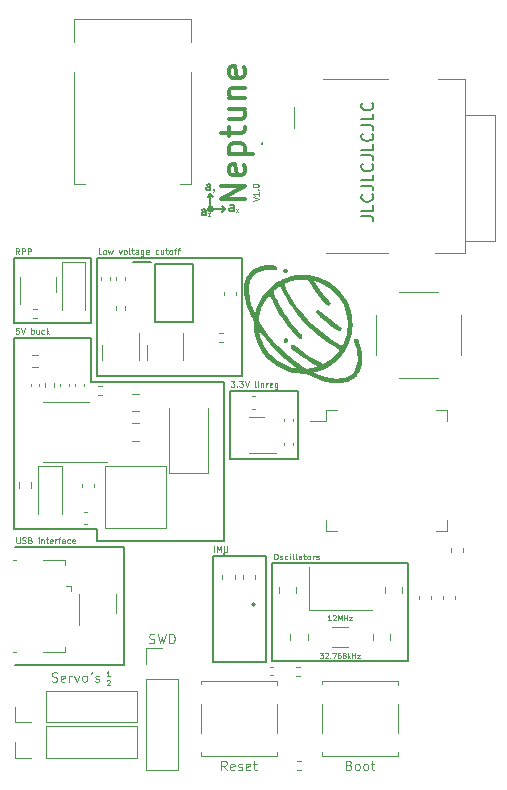
<source format=gbr>
%TF.GenerationSoftware,KiCad,Pcbnew,7.0.2*%
%TF.CreationDate,2023-04-27T13:29:06+10:00*%
%TF.ProjectId,neptune,6e657074-756e-4652-9e6b-696361645f70,rev?*%
%TF.SameCoordinates,Original*%
%TF.FileFunction,Legend,Top*%
%TF.FilePolarity,Positive*%
%FSLAX46Y46*%
G04 Gerber Fmt 4.6, Leading zero omitted, Abs format (unit mm)*
G04 Created by KiCad (PCBNEW 7.0.2) date 2023-04-27 13:29:06*
%MOMM*%
%LPD*%
G01*
G04 APERTURE LIST*
%ADD10C,0.150000*%
%ADD11C,0.100000*%
%ADD12C,0.075000*%
%ADD13C,0.125000*%
%ADD14C,0.300000*%
%ADD15C,0.120000*%
%ADD16C,0.200000*%
%ADD17C,0.127000*%
G04 APERTURE END LIST*
D10*
X107850000Y-76875000D02*
X109100000Y-76875000D01*
X109000000Y-106250000D02*
X109000000Y-106000000D01*
X108050000Y-115225000D02*
X108050000Y-106225000D01*
X91250000Y-81000000D02*
X97500000Y-81000000D01*
X98250000Y-91000000D02*
X110500000Y-91000000D01*
X91250000Y-86500000D02*
X91250000Y-81000000D01*
X110500000Y-81000000D02*
X110500000Y-91000000D01*
X112550000Y-115225000D02*
X108050000Y-115225000D01*
X97750000Y-87750000D02*
X97750000Y-91500000D01*
X91300000Y-105475000D02*
X100550000Y-105475000D01*
X108073607Y-76875000D02*
G75*
G03*
X108073607Y-76875000I-223607J0D01*
G01*
X109100000Y-76875000D02*
X108850000Y-77125000D01*
X113100000Y-106850000D02*
X124600000Y-106850000D01*
X124600000Y-115100000D02*
X113100000Y-115100000D01*
X113100000Y-106850000D02*
X113100000Y-115100000D01*
X107850000Y-75625000D02*
X108100000Y-75875000D01*
X109475000Y-92250000D02*
X115225000Y-92250000D01*
X112550000Y-114975000D02*
X112550000Y-115225000D01*
X98250000Y-81000000D02*
X110500000Y-81000000D01*
X97750000Y-81000000D02*
X97750000Y-86500000D01*
X100550000Y-115225000D02*
X100550000Y-115475000D01*
X109100000Y-76875000D02*
X108850000Y-76625000D01*
X112550000Y-106225000D02*
X112550000Y-114975000D01*
X97500000Y-81000000D02*
X97750000Y-81000000D01*
X98250000Y-81000000D02*
X98250000Y-91000000D01*
X91250000Y-104000000D02*
X98250000Y-104000000D01*
X98250000Y-104000000D02*
X98250000Y-105000000D01*
X107850000Y-75625000D02*
X107600000Y-75875000D01*
X109000000Y-91500000D02*
X109000000Y-105000000D01*
X100550000Y-115475000D02*
X91300000Y-115475000D01*
X91250000Y-87750000D02*
X91250000Y-104000000D01*
X107850000Y-76875000D02*
X107850000Y-75625000D01*
X115225000Y-98000000D02*
X109475000Y-98000000D01*
X91250000Y-87750000D02*
X97750000Y-87750000D01*
X115225000Y-92250000D02*
X115225000Y-98000000D01*
X109475000Y-98000000D02*
X109475000Y-92250000D01*
X108050000Y-106225000D02*
X112550000Y-106225000D01*
X124600000Y-106850000D02*
X124600000Y-115100000D01*
X100550000Y-105475000D02*
X100550000Y-115225000D01*
X97750000Y-91500000D02*
X109000000Y-91500000D01*
X97750000Y-86500000D02*
X91250000Y-86500000D01*
X98250000Y-105000000D02*
X109000000Y-105000000D01*
D11*
X119559761Y-123958047D02*
X119674047Y-123996142D01*
X119674047Y-123996142D02*
X119712142Y-124034238D01*
X119712142Y-124034238D02*
X119750238Y-124110428D01*
X119750238Y-124110428D02*
X119750238Y-124224714D01*
X119750238Y-124224714D02*
X119712142Y-124300904D01*
X119712142Y-124300904D02*
X119674047Y-124339000D01*
X119674047Y-124339000D02*
X119597857Y-124377095D01*
X119597857Y-124377095D02*
X119293095Y-124377095D01*
X119293095Y-124377095D02*
X119293095Y-123577095D01*
X119293095Y-123577095D02*
X119559761Y-123577095D01*
X119559761Y-123577095D02*
X119635952Y-123615190D01*
X119635952Y-123615190D02*
X119674047Y-123653285D01*
X119674047Y-123653285D02*
X119712142Y-123729476D01*
X119712142Y-123729476D02*
X119712142Y-123805666D01*
X119712142Y-123805666D02*
X119674047Y-123881857D01*
X119674047Y-123881857D02*
X119635952Y-123919952D01*
X119635952Y-123919952D02*
X119559761Y-123958047D01*
X119559761Y-123958047D02*
X119293095Y-123958047D01*
X120207380Y-124377095D02*
X120131190Y-124339000D01*
X120131190Y-124339000D02*
X120093095Y-124300904D01*
X120093095Y-124300904D02*
X120054999Y-124224714D01*
X120054999Y-124224714D02*
X120054999Y-123996142D01*
X120054999Y-123996142D02*
X120093095Y-123919952D01*
X120093095Y-123919952D02*
X120131190Y-123881857D01*
X120131190Y-123881857D02*
X120207380Y-123843761D01*
X120207380Y-123843761D02*
X120321666Y-123843761D01*
X120321666Y-123843761D02*
X120397857Y-123881857D01*
X120397857Y-123881857D02*
X120435952Y-123919952D01*
X120435952Y-123919952D02*
X120474047Y-123996142D01*
X120474047Y-123996142D02*
X120474047Y-124224714D01*
X120474047Y-124224714D02*
X120435952Y-124300904D01*
X120435952Y-124300904D02*
X120397857Y-124339000D01*
X120397857Y-124339000D02*
X120321666Y-124377095D01*
X120321666Y-124377095D02*
X120207380Y-124377095D01*
X120931190Y-124377095D02*
X120855000Y-124339000D01*
X120855000Y-124339000D02*
X120816905Y-124300904D01*
X120816905Y-124300904D02*
X120778809Y-124224714D01*
X120778809Y-124224714D02*
X120778809Y-123996142D01*
X120778809Y-123996142D02*
X120816905Y-123919952D01*
X120816905Y-123919952D02*
X120855000Y-123881857D01*
X120855000Y-123881857D02*
X120931190Y-123843761D01*
X120931190Y-123843761D02*
X121045476Y-123843761D01*
X121045476Y-123843761D02*
X121121667Y-123881857D01*
X121121667Y-123881857D02*
X121159762Y-123919952D01*
X121159762Y-123919952D02*
X121197857Y-123996142D01*
X121197857Y-123996142D02*
X121197857Y-124224714D01*
X121197857Y-124224714D02*
X121159762Y-124300904D01*
X121159762Y-124300904D02*
X121121667Y-124339000D01*
X121121667Y-124339000D02*
X121045476Y-124377095D01*
X121045476Y-124377095D02*
X120931190Y-124377095D01*
X121426429Y-123843761D02*
X121731191Y-123843761D01*
X121540715Y-123577095D02*
X121540715Y-124262809D01*
X121540715Y-124262809D02*
X121578810Y-124339000D01*
X121578810Y-124339000D02*
X121655000Y-124377095D01*
X121655000Y-124377095D02*
X121731191Y-124377095D01*
X102652380Y-113614000D02*
X102766666Y-113652095D01*
X102766666Y-113652095D02*
X102957142Y-113652095D01*
X102957142Y-113652095D02*
X103033333Y-113614000D01*
X103033333Y-113614000D02*
X103071428Y-113575904D01*
X103071428Y-113575904D02*
X103109523Y-113499714D01*
X103109523Y-113499714D02*
X103109523Y-113423523D01*
X103109523Y-113423523D02*
X103071428Y-113347333D01*
X103071428Y-113347333D02*
X103033333Y-113309238D01*
X103033333Y-113309238D02*
X102957142Y-113271142D01*
X102957142Y-113271142D02*
X102804761Y-113233047D01*
X102804761Y-113233047D02*
X102728571Y-113194952D01*
X102728571Y-113194952D02*
X102690476Y-113156857D01*
X102690476Y-113156857D02*
X102652380Y-113080666D01*
X102652380Y-113080666D02*
X102652380Y-113004476D01*
X102652380Y-113004476D02*
X102690476Y-112928285D01*
X102690476Y-112928285D02*
X102728571Y-112890190D01*
X102728571Y-112890190D02*
X102804761Y-112852095D01*
X102804761Y-112852095D02*
X102995238Y-112852095D01*
X102995238Y-112852095D02*
X103109523Y-112890190D01*
X103376190Y-112852095D02*
X103566666Y-113652095D01*
X103566666Y-113652095D02*
X103719047Y-113080666D01*
X103719047Y-113080666D02*
X103871428Y-113652095D01*
X103871428Y-113652095D02*
X104061905Y-112852095D01*
X104366667Y-113652095D02*
X104366667Y-112852095D01*
X104366667Y-112852095D02*
X104557143Y-112852095D01*
X104557143Y-112852095D02*
X104671429Y-112890190D01*
X104671429Y-112890190D02*
X104747619Y-112966380D01*
X104747619Y-112966380D02*
X104785714Y-113042571D01*
X104785714Y-113042571D02*
X104823810Y-113194952D01*
X104823810Y-113194952D02*
X104823810Y-113309238D01*
X104823810Y-113309238D02*
X104785714Y-113461619D01*
X104785714Y-113461619D02*
X104747619Y-113537809D01*
X104747619Y-113537809D02*
X104671429Y-113614000D01*
X104671429Y-113614000D02*
X104557143Y-113652095D01*
X104557143Y-113652095D02*
X104366667Y-113652095D01*
D10*
X109800000Y-77033214D02*
X109800000Y-76640357D01*
X109800000Y-76640357D02*
X109764285Y-76568928D01*
X109764285Y-76568928D02*
X109692857Y-76533214D01*
X109692857Y-76533214D02*
X109550000Y-76533214D01*
X109550000Y-76533214D02*
X109478571Y-76568928D01*
X109800000Y-76997500D02*
X109728571Y-77033214D01*
X109728571Y-77033214D02*
X109550000Y-77033214D01*
X109550000Y-77033214D02*
X109478571Y-76997500D01*
X109478571Y-76997500D02*
X109442857Y-76926071D01*
X109442857Y-76926071D02*
X109442857Y-76854642D01*
X109442857Y-76854642D02*
X109478571Y-76783214D01*
X109478571Y-76783214D02*
X109550000Y-76747500D01*
X109550000Y-76747500D02*
X109728571Y-76747500D01*
X109728571Y-76747500D02*
X109800000Y-76711785D01*
D12*
X108042857Y-75138285D02*
X108114285Y-75338285D01*
X108185714Y-75138285D02*
X108114285Y-75338285D01*
X108114285Y-75338285D02*
X108085714Y-75409714D01*
X108085714Y-75409714D02*
X108071428Y-75424000D01*
X108071428Y-75424000D02*
X108042857Y-75438285D01*
D13*
X108169047Y-105913809D02*
X108169047Y-105413809D01*
X108407142Y-105913809D02*
X108407142Y-105413809D01*
X108407142Y-105413809D02*
X108573809Y-105770952D01*
X108573809Y-105770952D02*
X108740475Y-105413809D01*
X108740475Y-105413809D02*
X108740475Y-105913809D01*
X108978571Y-105413809D02*
X108978571Y-105818571D01*
X108978571Y-105818571D02*
X109002381Y-105866190D01*
X109002381Y-105866190D02*
X109026190Y-105890000D01*
X109026190Y-105890000D02*
X109073809Y-105913809D01*
X109073809Y-105913809D02*
X109169047Y-105913809D01*
X109169047Y-105913809D02*
X109216666Y-105890000D01*
X109216666Y-105890000D02*
X109240476Y-105866190D01*
X109240476Y-105866190D02*
X109264285Y-105818571D01*
X109264285Y-105818571D02*
X109264285Y-105413809D01*
D11*
X111438809Y-76202380D02*
X111938809Y-76035714D01*
X111938809Y-76035714D02*
X111438809Y-75869047D01*
X111938809Y-75440476D02*
X111938809Y-75726190D01*
X111938809Y-75583333D02*
X111438809Y-75583333D01*
X111438809Y-75583333D02*
X111510238Y-75630952D01*
X111510238Y-75630952D02*
X111557857Y-75678571D01*
X111557857Y-75678571D02*
X111581666Y-75726190D01*
X111891190Y-75226191D02*
X111915000Y-75202381D01*
X111915000Y-75202381D02*
X111938809Y-75226191D01*
X111938809Y-75226191D02*
X111915000Y-75250000D01*
X111915000Y-75250000D02*
X111891190Y-75226191D01*
X111891190Y-75226191D02*
X111938809Y-75226191D01*
X111438809Y-74892858D02*
X111438809Y-74845239D01*
X111438809Y-74845239D02*
X111462619Y-74797620D01*
X111462619Y-74797620D02*
X111486428Y-74773810D01*
X111486428Y-74773810D02*
X111534047Y-74750001D01*
X111534047Y-74750001D02*
X111629285Y-74726191D01*
X111629285Y-74726191D02*
X111748333Y-74726191D01*
X111748333Y-74726191D02*
X111843571Y-74750001D01*
X111843571Y-74750001D02*
X111891190Y-74773810D01*
X111891190Y-74773810D02*
X111915000Y-74797620D01*
X111915000Y-74797620D02*
X111938809Y-74845239D01*
X111938809Y-74845239D02*
X111938809Y-74892858D01*
X111938809Y-74892858D02*
X111915000Y-74940477D01*
X111915000Y-74940477D02*
X111891190Y-74964286D01*
X111891190Y-74964286D02*
X111843571Y-74988096D01*
X111843571Y-74988096D02*
X111748333Y-75011905D01*
X111748333Y-75011905D02*
X111629285Y-75011905D01*
X111629285Y-75011905D02*
X111534047Y-74988096D01*
X111534047Y-74988096D02*
X111486428Y-74964286D01*
X111486428Y-74964286D02*
X111462619Y-74940477D01*
X111462619Y-74940477D02*
X111438809Y-74892858D01*
X94424999Y-116864000D02*
X94539285Y-116902095D01*
X94539285Y-116902095D02*
X94729761Y-116902095D01*
X94729761Y-116902095D02*
X94805952Y-116864000D01*
X94805952Y-116864000D02*
X94844047Y-116825904D01*
X94844047Y-116825904D02*
X94882142Y-116749714D01*
X94882142Y-116749714D02*
X94882142Y-116673523D01*
X94882142Y-116673523D02*
X94844047Y-116597333D01*
X94844047Y-116597333D02*
X94805952Y-116559238D01*
X94805952Y-116559238D02*
X94729761Y-116521142D01*
X94729761Y-116521142D02*
X94577380Y-116483047D01*
X94577380Y-116483047D02*
X94501190Y-116444952D01*
X94501190Y-116444952D02*
X94463095Y-116406857D01*
X94463095Y-116406857D02*
X94424999Y-116330666D01*
X94424999Y-116330666D02*
X94424999Y-116254476D01*
X94424999Y-116254476D02*
X94463095Y-116178285D01*
X94463095Y-116178285D02*
X94501190Y-116140190D01*
X94501190Y-116140190D02*
X94577380Y-116102095D01*
X94577380Y-116102095D02*
X94767857Y-116102095D01*
X94767857Y-116102095D02*
X94882142Y-116140190D01*
X95529762Y-116864000D02*
X95453571Y-116902095D01*
X95453571Y-116902095D02*
X95301190Y-116902095D01*
X95301190Y-116902095D02*
X95225000Y-116864000D01*
X95225000Y-116864000D02*
X95186904Y-116787809D01*
X95186904Y-116787809D02*
X95186904Y-116483047D01*
X95186904Y-116483047D02*
X95225000Y-116406857D01*
X95225000Y-116406857D02*
X95301190Y-116368761D01*
X95301190Y-116368761D02*
X95453571Y-116368761D01*
X95453571Y-116368761D02*
X95529762Y-116406857D01*
X95529762Y-116406857D02*
X95567857Y-116483047D01*
X95567857Y-116483047D02*
X95567857Y-116559238D01*
X95567857Y-116559238D02*
X95186904Y-116635428D01*
X95910714Y-116902095D02*
X95910714Y-116368761D01*
X95910714Y-116521142D02*
X95948809Y-116444952D01*
X95948809Y-116444952D02*
X95986904Y-116406857D01*
X95986904Y-116406857D02*
X96063095Y-116368761D01*
X96063095Y-116368761D02*
X96139285Y-116368761D01*
X96329761Y-116368761D02*
X96520237Y-116902095D01*
X96520237Y-116902095D02*
X96710714Y-116368761D01*
X97129761Y-116902095D02*
X97053571Y-116864000D01*
X97053571Y-116864000D02*
X97015476Y-116825904D01*
X97015476Y-116825904D02*
X96977380Y-116749714D01*
X96977380Y-116749714D02*
X96977380Y-116521142D01*
X96977380Y-116521142D02*
X97015476Y-116444952D01*
X97015476Y-116444952D02*
X97053571Y-116406857D01*
X97053571Y-116406857D02*
X97129761Y-116368761D01*
X97129761Y-116368761D02*
X97244047Y-116368761D01*
X97244047Y-116368761D02*
X97320238Y-116406857D01*
X97320238Y-116406857D02*
X97358333Y-116444952D01*
X97358333Y-116444952D02*
X97396428Y-116521142D01*
X97396428Y-116521142D02*
X97396428Y-116749714D01*
X97396428Y-116749714D02*
X97358333Y-116825904D01*
X97358333Y-116825904D02*
X97320238Y-116864000D01*
X97320238Y-116864000D02*
X97244047Y-116902095D01*
X97244047Y-116902095D02*
X97129761Y-116902095D01*
X97777381Y-116102095D02*
X97701190Y-116254476D01*
X98082142Y-116864000D02*
X98158333Y-116902095D01*
X98158333Y-116902095D02*
X98310714Y-116902095D01*
X98310714Y-116902095D02*
X98386904Y-116864000D01*
X98386904Y-116864000D02*
X98425000Y-116787809D01*
X98425000Y-116787809D02*
X98425000Y-116749714D01*
X98425000Y-116749714D02*
X98386904Y-116673523D01*
X98386904Y-116673523D02*
X98310714Y-116635428D01*
X98310714Y-116635428D02*
X98196428Y-116635428D01*
X98196428Y-116635428D02*
X98120238Y-116597333D01*
X98120238Y-116597333D02*
X98082142Y-116521142D01*
X98082142Y-116521142D02*
X98082142Y-116483047D01*
X98082142Y-116483047D02*
X98120238Y-116406857D01*
X98120238Y-116406857D02*
X98196428Y-116368761D01*
X98196428Y-116368761D02*
X98310714Y-116368761D01*
X98310714Y-116368761D02*
X98386904Y-116406857D01*
D14*
X110755238Y-76023809D02*
X108755238Y-76023809D01*
X108755238Y-76023809D02*
X110755238Y-74880952D01*
X110755238Y-74880952D02*
X108755238Y-74880952D01*
X110660000Y-73166666D02*
X110755238Y-73357142D01*
X110755238Y-73357142D02*
X110755238Y-73738095D01*
X110755238Y-73738095D02*
X110660000Y-73928571D01*
X110660000Y-73928571D02*
X110469523Y-74023809D01*
X110469523Y-74023809D02*
X109707619Y-74023809D01*
X109707619Y-74023809D02*
X109517142Y-73928571D01*
X109517142Y-73928571D02*
X109421904Y-73738095D01*
X109421904Y-73738095D02*
X109421904Y-73357142D01*
X109421904Y-73357142D02*
X109517142Y-73166666D01*
X109517142Y-73166666D02*
X109707619Y-73071428D01*
X109707619Y-73071428D02*
X109898095Y-73071428D01*
X109898095Y-73071428D02*
X110088571Y-74023809D01*
X109421904Y-72214285D02*
X111421904Y-72214285D01*
X109517142Y-72214285D02*
X109421904Y-72023809D01*
X109421904Y-72023809D02*
X109421904Y-71642856D01*
X109421904Y-71642856D02*
X109517142Y-71452380D01*
X109517142Y-71452380D02*
X109612380Y-71357142D01*
X109612380Y-71357142D02*
X109802857Y-71261904D01*
X109802857Y-71261904D02*
X110374285Y-71261904D01*
X110374285Y-71261904D02*
X110564761Y-71357142D01*
X110564761Y-71357142D02*
X110660000Y-71452380D01*
X110660000Y-71452380D02*
X110755238Y-71642856D01*
X110755238Y-71642856D02*
X110755238Y-72023809D01*
X110755238Y-72023809D02*
X110660000Y-72214285D01*
X109421904Y-70690475D02*
X109421904Y-69928571D01*
X108755238Y-70404761D02*
X110469523Y-70404761D01*
X110469523Y-70404761D02*
X110660000Y-70309523D01*
X110660000Y-70309523D02*
X110755238Y-70119047D01*
X110755238Y-70119047D02*
X110755238Y-69928571D01*
X109421904Y-68404761D02*
X110755238Y-68404761D01*
X109421904Y-69261904D02*
X110469523Y-69261904D01*
X110469523Y-69261904D02*
X110660000Y-69166666D01*
X110660000Y-69166666D02*
X110755238Y-68976190D01*
X110755238Y-68976190D02*
X110755238Y-68690475D01*
X110755238Y-68690475D02*
X110660000Y-68499999D01*
X110660000Y-68499999D02*
X110564761Y-68404761D01*
X109421904Y-67452380D02*
X110755238Y-67452380D01*
X109612380Y-67452380D02*
X109517142Y-67357142D01*
X109517142Y-67357142D02*
X109421904Y-67166666D01*
X109421904Y-67166666D02*
X109421904Y-66880951D01*
X109421904Y-66880951D02*
X109517142Y-66690475D01*
X109517142Y-66690475D02*
X109707619Y-66595237D01*
X109707619Y-66595237D02*
X110755238Y-66595237D01*
X110660000Y-64880951D02*
X110755238Y-65071427D01*
X110755238Y-65071427D02*
X110755238Y-65452380D01*
X110755238Y-65452380D02*
X110660000Y-65642856D01*
X110660000Y-65642856D02*
X110469523Y-65738094D01*
X110469523Y-65738094D02*
X109707619Y-65738094D01*
X109707619Y-65738094D02*
X109517142Y-65642856D01*
X109517142Y-65642856D02*
X109421904Y-65452380D01*
X109421904Y-65452380D02*
X109421904Y-65071427D01*
X109421904Y-65071427D02*
X109517142Y-64880951D01*
X109517142Y-64880951D02*
X109707619Y-64785713D01*
X109707619Y-64785713D02*
X109898095Y-64785713D01*
X109898095Y-64785713D02*
X110088571Y-65738094D01*
D12*
X118040536Y-111694928D02*
X117783393Y-111694928D01*
X117911964Y-111694928D02*
X117911964Y-111244928D01*
X117911964Y-111244928D02*
X117869107Y-111309214D01*
X117869107Y-111309214D02*
X117826250Y-111352071D01*
X117826250Y-111352071D02*
X117783393Y-111373500D01*
X118211964Y-111287785D02*
X118233392Y-111266357D01*
X118233392Y-111266357D02*
X118276250Y-111244928D01*
X118276250Y-111244928D02*
X118383392Y-111244928D01*
X118383392Y-111244928D02*
X118426250Y-111266357D01*
X118426250Y-111266357D02*
X118447678Y-111287785D01*
X118447678Y-111287785D02*
X118469107Y-111330642D01*
X118469107Y-111330642D02*
X118469107Y-111373500D01*
X118469107Y-111373500D02*
X118447678Y-111437785D01*
X118447678Y-111437785D02*
X118190535Y-111694928D01*
X118190535Y-111694928D02*
X118469107Y-111694928D01*
X118661963Y-111694928D02*
X118661963Y-111244928D01*
X118661963Y-111244928D02*
X118811963Y-111566357D01*
X118811963Y-111566357D02*
X118961963Y-111244928D01*
X118961963Y-111244928D02*
X118961963Y-111694928D01*
X119176249Y-111694928D02*
X119176249Y-111244928D01*
X119176249Y-111459214D02*
X119433392Y-111459214D01*
X119433392Y-111694928D02*
X119433392Y-111244928D01*
X119604821Y-111394928D02*
X119840536Y-111394928D01*
X119840536Y-111394928D02*
X119604821Y-111694928D01*
X119604821Y-111694928D02*
X119840536Y-111694928D01*
D13*
X98607142Y-80688809D02*
X98369047Y-80688809D01*
X98369047Y-80688809D02*
X98369047Y-80188809D01*
X98845238Y-80688809D02*
X98797619Y-80665000D01*
X98797619Y-80665000D02*
X98773809Y-80641190D01*
X98773809Y-80641190D02*
X98750000Y-80593571D01*
X98750000Y-80593571D02*
X98750000Y-80450714D01*
X98750000Y-80450714D02*
X98773809Y-80403095D01*
X98773809Y-80403095D02*
X98797619Y-80379285D01*
X98797619Y-80379285D02*
X98845238Y-80355476D01*
X98845238Y-80355476D02*
X98916666Y-80355476D01*
X98916666Y-80355476D02*
X98964285Y-80379285D01*
X98964285Y-80379285D02*
X98988095Y-80403095D01*
X98988095Y-80403095D02*
X99011904Y-80450714D01*
X99011904Y-80450714D02*
X99011904Y-80593571D01*
X99011904Y-80593571D02*
X98988095Y-80641190D01*
X98988095Y-80641190D02*
X98964285Y-80665000D01*
X98964285Y-80665000D02*
X98916666Y-80688809D01*
X98916666Y-80688809D02*
X98845238Y-80688809D01*
X99178571Y-80355476D02*
X99273809Y-80688809D01*
X99273809Y-80688809D02*
X99369047Y-80450714D01*
X99369047Y-80450714D02*
X99464285Y-80688809D01*
X99464285Y-80688809D02*
X99559523Y-80355476D01*
X100083333Y-80355476D02*
X100202381Y-80688809D01*
X100202381Y-80688809D02*
X100321428Y-80355476D01*
X100583333Y-80688809D02*
X100535714Y-80665000D01*
X100535714Y-80665000D02*
X100511904Y-80641190D01*
X100511904Y-80641190D02*
X100488095Y-80593571D01*
X100488095Y-80593571D02*
X100488095Y-80450714D01*
X100488095Y-80450714D02*
X100511904Y-80403095D01*
X100511904Y-80403095D02*
X100535714Y-80379285D01*
X100535714Y-80379285D02*
X100583333Y-80355476D01*
X100583333Y-80355476D02*
X100654761Y-80355476D01*
X100654761Y-80355476D02*
X100702380Y-80379285D01*
X100702380Y-80379285D02*
X100726190Y-80403095D01*
X100726190Y-80403095D02*
X100749999Y-80450714D01*
X100749999Y-80450714D02*
X100749999Y-80593571D01*
X100749999Y-80593571D02*
X100726190Y-80641190D01*
X100726190Y-80641190D02*
X100702380Y-80665000D01*
X100702380Y-80665000D02*
X100654761Y-80688809D01*
X100654761Y-80688809D02*
X100583333Y-80688809D01*
X101035714Y-80688809D02*
X100988095Y-80665000D01*
X100988095Y-80665000D02*
X100964285Y-80617380D01*
X100964285Y-80617380D02*
X100964285Y-80188809D01*
X101154762Y-80355476D02*
X101345238Y-80355476D01*
X101226190Y-80188809D02*
X101226190Y-80617380D01*
X101226190Y-80617380D02*
X101250000Y-80665000D01*
X101250000Y-80665000D02*
X101297619Y-80688809D01*
X101297619Y-80688809D02*
X101345238Y-80688809D01*
X101726190Y-80688809D02*
X101726190Y-80426904D01*
X101726190Y-80426904D02*
X101702380Y-80379285D01*
X101702380Y-80379285D02*
X101654761Y-80355476D01*
X101654761Y-80355476D02*
X101559523Y-80355476D01*
X101559523Y-80355476D02*
X101511904Y-80379285D01*
X101726190Y-80665000D02*
X101678571Y-80688809D01*
X101678571Y-80688809D02*
X101559523Y-80688809D01*
X101559523Y-80688809D02*
X101511904Y-80665000D01*
X101511904Y-80665000D02*
X101488095Y-80617380D01*
X101488095Y-80617380D02*
X101488095Y-80569761D01*
X101488095Y-80569761D02*
X101511904Y-80522142D01*
X101511904Y-80522142D02*
X101559523Y-80498333D01*
X101559523Y-80498333D02*
X101678571Y-80498333D01*
X101678571Y-80498333D02*
X101726190Y-80474523D01*
X102178571Y-80355476D02*
X102178571Y-80760238D01*
X102178571Y-80760238D02*
X102154761Y-80807857D01*
X102154761Y-80807857D02*
X102130952Y-80831666D01*
X102130952Y-80831666D02*
X102083333Y-80855476D01*
X102083333Y-80855476D02*
X102011904Y-80855476D01*
X102011904Y-80855476D02*
X101964285Y-80831666D01*
X102178571Y-80665000D02*
X102130952Y-80688809D01*
X102130952Y-80688809D02*
X102035714Y-80688809D01*
X102035714Y-80688809D02*
X101988095Y-80665000D01*
X101988095Y-80665000D02*
X101964285Y-80641190D01*
X101964285Y-80641190D02*
X101940476Y-80593571D01*
X101940476Y-80593571D02*
X101940476Y-80450714D01*
X101940476Y-80450714D02*
X101964285Y-80403095D01*
X101964285Y-80403095D02*
X101988095Y-80379285D01*
X101988095Y-80379285D02*
X102035714Y-80355476D01*
X102035714Y-80355476D02*
X102130952Y-80355476D01*
X102130952Y-80355476D02*
X102178571Y-80379285D01*
X102607142Y-80665000D02*
X102559523Y-80688809D01*
X102559523Y-80688809D02*
X102464285Y-80688809D01*
X102464285Y-80688809D02*
X102416666Y-80665000D01*
X102416666Y-80665000D02*
X102392857Y-80617380D01*
X102392857Y-80617380D02*
X102392857Y-80426904D01*
X102392857Y-80426904D02*
X102416666Y-80379285D01*
X102416666Y-80379285D02*
X102464285Y-80355476D01*
X102464285Y-80355476D02*
X102559523Y-80355476D01*
X102559523Y-80355476D02*
X102607142Y-80379285D01*
X102607142Y-80379285D02*
X102630952Y-80426904D01*
X102630952Y-80426904D02*
X102630952Y-80474523D01*
X102630952Y-80474523D02*
X102392857Y-80522142D01*
X103440475Y-80665000D02*
X103392856Y-80688809D01*
X103392856Y-80688809D02*
X103297618Y-80688809D01*
X103297618Y-80688809D02*
X103249999Y-80665000D01*
X103249999Y-80665000D02*
X103226189Y-80641190D01*
X103226189Y-80641190D02*
X103202380Y-80593571D01*
X103202380Y-80593571D02*
X103202380Y-80450714D01*
X103202380Y-80450714D02*
X103226189Y-80403095D01*
X103226189Y-80403095D02*
X103249999Y-80379285D01*
X103249999Y-80379285D02*
X103297618Y-80355476D01*
X103297618Y-80355476D02*
X103392856Y-80355476D01*
X103392856Y-80355476D02*
X103440475Y-80379285D01*
X103869046Y-80355476D02*
X103869046Y-80688809D01*
X103654760Y-80355476D02*
X103654760Y-80617380D01*
X103654760Y-80617380D02*
X103678570Y-80665000D01*
X103678570Y-80665000D02*
X103726189Y-80688809D01*
X103726189Y-80688809D02*
X103797617Y-80688809D01*
X103797617Y-80688809D02*
X103845236Y-80665000D01*
X103845236Y-80665000D02*
X103869046Y-80641190D01*
X104035713Y-80355476D02*
X104226189Y-80355476D01*
X104107141Y-80188809D02*
X104107141Y-80617380D01*
X104107141Y-80617380D02*
X104130951Y-80665000D01*
X104130951Y-80665000D02*
X104178570Y-80688809D01*
X104178570Y-80688809D02*
X104226189Y-80688809D01*
X104464284Y-80688809D02*
X104416665Y-80665000D01*
X104416665Y-80665000D02*
X104392855Y-80641190D01*
X104392855Y-80641190D02*
X104369046Y-80593571D01*
X104369046Y-80593571D02*
X104369046Y-80450714D01*
X104369046Y-80450714D02*
X104392855Y-80403095D01*
X104392855Y-80403095D02*
X104416665Y-80379285D01*
X104416665Y-80379285D02*
X104464284Y-80355476D01*
X104464284Y-80355476D02*
X104535712Y-80355476D01*
X104535712Y-80355476D02*
X104583331Y-80379285D01*
X104583331Y-80379285D02*
X104607141Y-80403095D01*
X104607141Y-80403095D02*
X104630950Y-80450714D01*
X104630950Y-80450714D02*
X104630950Y-80593571D01*
X104630950Y-80593571D02*
X104607141Y-80641190D01*
X104607141Y-80641190D02*
X104583331Y-80665000D01*
X104583331Y-80665000D02*
X104535712Y-80688809D01*
X104535712Y-80688809D02*
X104464284Y-80688809D01*
X104773808Y-80355476D02*
X104964284Y-80355476D01*
X104845236Y-80688809D02*
X104845236Y-80260238D01*
X104845236Y-80260238D02*
X104869046Y-80212619D01*
X104869046Y-80212619D02*
X104916665Y-80188809D01*
X104916665Y-80188809D02*
X104964284Y-80188809D01*
X105059522Y-80355476D02*
X105249998Y-80355476D01*
X105130950Y-80688809D02*
X105130950Y-80260238D01*
X105130950Y-80260238D02*
X105154760Y-80212619D01*
X105154760Y-80212619D02*
X105202379Y-80188809D01*
X105202379Y-80188809D02*
X105249998Y-80188809D01*
X109571428Y-91438809D02*
X109880952Y-91438809D01*
X109880952Y-91438809D02*
X109714285Y-91629285D01*
X109714285Y-91629285D02*
X109785714Y-91629285D01*
X109785714Y-91629285D02*
X109833333Y-91653095D01*
X109833333Y-91653095D02*
X109857142Y-91676904D01*
X109857142Y-91676904D02*
X109880952Y-91724523D01*
X109880952Y-91724523D02*
X109880952Y-91843571D01*
X109880952Y-91843571D02*
X109857142Y-91891190D01*
X109857142Y-91891190D02*
X109833333Y-91915000D01*
X109833333Y-91915000D02*
X109785714Y-91938809D01*
X109785714Y-91938809D02*
X109642857Y-91938809D01*
X109642857Y-91938809D02*
X109595238Y-91915000D01*
X109595238Y-91915000D02*
X109571428Y-91891190D01*
X110095237Y-91891190D02*
X110119047Y-91915000D01*
X110119047Y-91915000D02*
X110095237Y-91938809D01*
X110095237Y-91938809D02*
X110071428Y-91915000D01*
X110071428Y-91915000D02*
X110095237Y-91891190D01*
X110095237Y-91891190D02*
X110095237Y-91938809D01*
X110285713Y-91438809D02*
X110595237Y-91438809D01*
X110595237Y-91438809D02*
X110428570Y-91629285D01*
X110428570Y-91629285D02*
X110499999Y-91629285D01*
X110499999Y-91629285D02*
X110547618Y-91653095D01*
X110547618Y-91653095D02*
X110571427Y-91676904D01*
X110571427Y-91676904D02*
X110595237Y-91724523D01*
X110595237Y-91724523D02*
X110595237Y-91843571D01*
X110595237Y-91843571D02*
X110571427Y-91891190D01*
X110571427Y-91891190D02*
X110547618Y-91915000D01*
X110547618Y-91915000D02*
X110499999Y-91938809D01*
X110499999Y-91938809D02*
X110357142Y-91938809D01*
X110357142Y-91938809D02*
X110309523Y-91915000D01*
X110309523Y-91915000D02*
X110285713Y-91891190D01*
X110738094Y-91438809D02*
X110904760Y-91938809D01*
X110904760Y-91938809D02*
X111071427Y-91438809D01*
X111690474Y-91938809D02*
X111642855Y-91915000D01*
X111642855Y-91915000D02*
X111619045Y-91867380D01*
X111619045Y-91867380D02*
X111619045Y-91438809D01*
X111880950Y-91938809D02*
X111880950Y-91605476D01*
X111880950Y-91438809D02*
X111857141Y-91462619D01*
X111857141Y-91462619D02*
X111880950Y-91486428D01*
X111880950Y-91486428D02*
X111904760Y-91462619D01*
X111904760Y-91462619D02*
X111880950Y-91438809D01*
X111880950Y-91438809D02*
X111880950Y-91486428D01*
X112119045Y-91605476D02*
X112119045Y-91938809D01*
X112119045Y-91653095D02*
X112142855Y-91629285D01*
X112142855Y-91629285D02*
X112190474Y-91605476D01*
X112190474Y-91605476D02*
X112261902Y-91605476D01*
X112261902Y-91605476D02*
X112309521Y-91629285D01*
X112309521Y-91629285D02*
X112333331Y-91676904D01*
X112333331Y-91676904D02*
X112333331Y-91938809D01*
X112571426Y-91938809D02*
X112571426Y-91605476D01*
X112571426Y-91700714D02*
X112595236Y-91653095D01*
X112595236Y-91653095D02*
X112619045Y-91629285D01*
X112619045Y-91629285D02*
X112666664Y-91605476D01*
X112666664Y-91605476D02*
X112714283Y-91605476D01*
X113071426Y-91915000D02*
X113023807Y-91938809D01*
X113023807Y-91938809D02*
X112928569Y-91938809D01*
X112928569Y-91938809D02*
X112880950Y-91915000D01*
X112880950Y-91915000D02*
X112857141Y-91867380D01*
X112857141Y-91867380D02*
X112857141Y-91676904D01*
X112857141Y-91676904D02*
X112880950Y-91629285D01*
X112880950Y-91629285D02*
X112928569Y-91605476D01*
X112928569Y-91605476D02*
X113023807Y-91605476D01*
X113023807Y-91605476D02*
X113071426Y-91629285D01*
X113071426Y-91629285D02*
X113095236Y-91676904D01*
X113095236Y-91676904D02*
X113095236Y-91724523D01*
X113095236Y-91724523D02*
X112857141Y-91772142D01*
X113523807Y-91605476D02*
X113523807Y-92010238D01*
X113523807Y-92010238D02*
X113499997Y-92057857D01*
X113499997Y-92057857D02*
X113476188Y-92081666D01*
X113476188Y-92081666D02*
X113428569Y-92105476D01*
X113428569Y-92105476D02*
X113357140Y-92105476D01*
X113357140Y-92105476D02*
X113309521Y-92081666D01*
X113523807Y-91915000D02*
X113476188Y-91938809D01*
X113476188Y-91938809D02*
X113380950Y-91938809D01*
X113380950Y-91938809D02*
X113333331Y-91915000D01*
X113333331Y-91915000D02*
X113309521Y-91891190D01*
X113309521Y-91891190D02*
X113285712Y-91843571D01*
X113285712Y-91843571D02*
X113285712Y-91700714D01*
X113285712Y-91700714D02*
X113309521Y-91653095D01*
X113309521Y-91653095D02*
X113333331Y-91629285D01*
X113333331Y-91629285D02*
X113380950Y-91605476D01*
X113380950Y-91605476D02*
X113476188Y-91605476D01*
X113476188Y-91605476D02*
X113523807Y-91629285D01*
D10*
X120627619Y-77476190D02*
X121341904Y-77476190D01*
X121341904Y-77476190D02*
X121484761Y-77523809D01*
X121484761Y-77523809D02*
X121580000Y-77619047D01*
X121580000Y-77619047D02*
X121627619Y-77761904D01*
X121627619Y-77761904D02*
X121627619Y-77857142D01*
X121627619Y-76523809D02*
X121627619Y-76999999D01*
X121627619Y-76999999D02*
X120627619Y-76999999D01*
X121532380Y-75619047D02*
X121580000Y-75666666D01*
X121580000Y-75666666D02*
X121627619Y-75809523D01*
X121627619Y-75809523D02*
X121627619Y-75904761D01*
X121627619Y-75904761D02*
X121580000Y-76047618D01*
X121580000Y-76047618D02*
X121484761Y-76142856D01*
X121484761Y-76142856D02*
X121389523Y-76190475D01*
X121389523Y-76190475D02*
X121199047Y-76238094D01*
X121199047Y-76238094D02*
X121056190Y-76238094D01*
X121056190Y-76238094D02*
X120865714Y-76190475D01*
X120865714Y-76190475D02*
X120770476Y-76142856D01*
X120770476Y-76142856D02*
X120675238Y-76047618D01*
X120675238Y-76047618D02*
X120627619Y-75904761D01*
X120627619Y-75904761D02*
X120627619Y-75809523D01*
X120627619Y-75809523D02*
X120675238Y-75666666D01*
X120675238Y-75666666D02*
X120722857Y-75619047D01*
X120627619Y-74904761D02*
X121341904Y-74904761D01*
X121341904Y-74904761D02*
X121484761Y-74952380D01*
X121484761Y-74952380D02*
X121580000Y-75047618D01*
X121580000Y-75047618D02*
X121627619Y-75190475D01*
X121627619Y-75190475D02*
X121627619Y-75285713D01*
X121627619Y-73952380D02*
X121627619Y-74428570D01*
X121627619Y-74428570D02*
X120627619Y-74428570D01*
X121532380Y-73047618D02*
X121580000Y-73095237D01*
X121580000Y-73095237D02*
X121627619Y-73238094D01*
X121627619Y-73238094D02*
X121627619Y-73333332D01*
X121627619Y-73333332D02*
X121580000Y-73476189D01*
X121580000Y-73476189D02*
X121484761Y-73571427D01*
X121484761Y-73571427D02*
X121389523Y-73619046D01*
X121389523Y-73619046D02*
X121199047Y-73666665D01*
X121199047Y-73666665D02*
X121056190Y-73666665D01*
X121056190Y-73666665D02*
X120865714Y-73619046D01*
X120865714Y-73619046D02*
X120770476Y-73571427D01*
X120770476Y-73571427D02*
X120675238Y-73476189D01*
X120675238Y-73476189D02*
X120627619Y-73333332D01*
X120627619Y-73333332D02*
X120627619Y-73238094D01*
X120627619Y-73238094D02*
X120675238Y-73095237D01*
X120675238Y-73095237D02*
X120722857Y-73047618D01*
X120627619Y-72333332D02*
X121341904Y-72333332D01*
X121341904Y-72333332D02*
X121484761Y-72380951D01*
X121484761Y-72380951D02*
X121580000Y-72476189D01*
X121580000Y-72476189D02*
X121627619Y-72619046D01*
X121627619Y-72619046D02*
X121627619Y-72714284D01*
X121627619Y-71380951D02*
X121627619Y-71857141D01*
X121627619Y-71857141D02*
X120627619Y-71857141D01*
X121532380Y-70476189D02*
X121580000Y-70523808D01*
X121580000Y-70523808D02*
X121627619Y-70666665D01*
X121627619Y-70666665D02*
X121627619Y-70761903D01*
X121627619Y-70761903D02*
X121580000Y-70904760D01*
X121580000Y-70904760D02*
X121484761Y-70999998D01*
X121484761Y-70999998D02*
X121389523Y-71047617D01*
X121389523Y-71047617D02*
X121199047Y-71095236D01*
X121199047Y-71095236D02*
X121056190Y-71095236D01*
X121056190Y-71095236D02*
X120865714Y-71047617D01*
X120865714Y-71047617D02*
X120770476Y-70999998D01*
X120770476Y-70999998D02*
X120675238Y-70904760D01*
X120675238Y-70904760D02*
X120627619Y-70761903D01*
X120627619Y-70761903D02*
X120627619Y-70666665D01*
X120627619Y-70666665D02*
X120675238Y-70523808D01*
X120675238Y-70523808D02*
X120722857Y-70476189D01*
X120627619Y-69761903D02*
X121341904Y-69761903D01*
X121341904Y-69761903D02*
X121484761Y-69809522D01*
X121484761Y-69809522D02*
X121580000Y-69904760D01*
X121580000Y-69904760D02*
X121627619Y-70047617D01*
X121627619Y-70047617D02*
X121627619Y-70142855D01*
X121627619Y-68809522D02*
X121627619Y-69285712D01*
X121627619Y-69285712D02*
X120627619Y-69285712D01*
X121532380Y-67904760D02*
X121580000Y-67952379D01*
X121580000Y-67952379D02*
X121627619Y-68095236D01*
X121627619Y-68095236D02*
X121627619Y-68190474D01*
X121627619Y-68190474D02*
X121580000Y-68333331D01*
X121580000Y-68333331D02*
X121484761Y-68428569D01*
X121484761Y-68428569D02*
X121389523Y-68476188D01*
X121389523Y-68476188D02*
X121199047Y-68523807D01*
X121199047Y-68523807D02*
X121056190Y-68523807D01*
X121056190Y-68523807D02*
X120865714Y-68476188D01*
X120865714Y-68476188D02*
X120770476Y-68428569D01*
X120770476Y-68428569D02*
X120675238Y-68333331D01*
X120675238Y-68333331D02*
X120627619Y-68190474D01*
X120627619Y-68190474D02*
X120627619Y-68095236D01*
X120627619Y-68095236D02*
X120675238Y-67952379D01*
X120675238Y-67952379D02*
X120722857Y-67904760D01*
D12*
X117086964Y-114444928D02*
X117365536Y-114444928D01*
X117365536Y-114444928D02*
X117215536Y-114616357D01*
X117215536Y-114616357D02*
X117279821Y-114616357D01*
X117279821Y-114616357D02*
X117322679Y-114637785D01*
X117322679Y-114637785D02*
X117344107Y-114659214D01*
X117344107Y-114659214D02*
X117365536Y-114702071D01*
X117365536Y-114702071D02*
X117365536Y-114809214D01*
X117365536Y-114809214D02*
X117344107Y-114852071D01*
X117344107Y-114852071D02*
X117322679Y-114873500D01*
X117322679Y-114873500D02*
X117279821Y-114894928D01*
X117279821Y-114894928D02*
X117151250Y-114894928D01*
X117151250Y-114894928D02*
X117108393Y-114873500D01*
X117108393Y-114873500D02*
X117086964Y-114852071D01*
X117536964Y-114487785D02*
X117558392Y-114466357D01*
X117558392Y-114466357D02*
X117601250Y-114444928D01*
X117601250Y-114444928D02*
X117708392Y-114444928D01*
X117708392Y-114444928D02*
X117751250Y-114466357D01*
X117751250Y-114466357D02*
X117772678Y-114487785D01*
X117772678Y-114487785D02*
X117794107Y-114530642D01*
X117794107Y-114530642D02*
X117794107Y-114573500D01*
X117794107Y-114573500D02*
X117772678Y-114637785D01*
X117772678Y-114637785D02*
X117515535Y-114894928D01*
X117515535Y-114894928D02*
X117794107Y-114894928D01*
X117986963Y-114852071D02*
X118008392Y-114873500D01*
X118008392Y-114873500D02*
X117986963Y-114894928D01*
X117986963Y-114894928D02*
X117965535Y-114873500D01*
X117965535Y-114873500D02*
X117986963Y-114852071D01*
X117986963Y-114852071D02*
X117986963Y-114894928D01*
X118158392Y-114444928D02*
X118458392Y-114444928D01*
X118458392Y-114444928D02*
X118265535Y-114894928D01*
X118822678Y-114444928D02*
X118736963Y-114444928D01*
X118736963Y-114444928D02*
X118694106Y-114466357D01*
X118694106Y-114466357D02*
X118672678Y-114487785D01*
X118672678Y-114487785D02*
X118629820Y-114552071D01*
X118629820Y-114552071D02*
X118608392Y-114637785D01*
X118608392Y-114637785D02*
X118608392Y-114809214D01*
X118608392Y-114809214D02*
X118629820Y-114852071D01*
X118629820Y-114852071D02*
X118651249Y-114873500D01*
X118651249Y-114873500D02*
X118694106Y-114894928D01*
X118694106Y-114894928D02*
X118779820Y-114894928D01*
X118779820Y-114894928D02*
X118822678Y-114873500D01*
X118822678Y-114873500D02*
X118844106Y-114852071D01*
X118844106Y-114852071D02*
X118865535Y-114809214D01*
X118865535Y-114809214D02*
X118865535Y-114702071D01*
X118865535Y-114702071D02*
X118844106Y-114659214D01*
X118844106Y-114659214D02*
X118822678Y-114637785D01*
X118822678Y-114637785D02*
X118779820Y-114616357D01*
X118779820Y-114616357D02*
X118694106Y-114616357D01*
X118694106Y-114616357D02*
X118651249Y-114637785D01*
X118651249Y-114637785D02*
X118629820Y-114659214D01*
X118629820Y-114659214D02*
X118608392Y-114702071D01*
X119122677Y-114637785D02*
X119079820Y-114616357D01*
X119079820Y-114616357D02*
X119058391Y-114594928D01*
X119058391Y-114594928D02*
X119036963Y-114552071D01*
X119036963Y-114552071D02*
X119036963Y-114530642D01*
X119036963Y-114530642D02*
X119058391Y-114487785D01*
X119058391Y-114487785D02*
X119079820Y-114466357D01*
X119079820Y-114466357D02*
X119122677Y-114444928D01*
X119122677Y-114444928D02*
X119208391Y-114444928D01*
X119208391Y-114444928D02*
X119251249Y-114466357D01*
X119251249Y-114466357D02*
X119272677Y-114487785D01*
X119272677Y-114487785D02*
X119294106Y-114530642D01*
X119294106Y-114530642D02*
X119294106Y-114552071D01*
X119294106Y-114552071D02*
X119272677Y-114594928D01*
X119272677Y-114594928D02*
X119251249Y-114616357D01*
X119251249Y-114616357D02*
X119208391Y-114637785D01*
X119208391Y-114637785D02*
X119122677Y-114637785D01*
X119122677Y-114637785D02*
X119079820Y-114659214D01*
X119079820Y-114659214D02*
X119058391Y-114680642D01*
X119058391Y-114680642D02*
X119036963Y-114723500D01*
X119036963Y-114723500D02*
X119036963Y-114809214D01*
X119036963Y-114809214D02*
X119058391Y-114852071D01*
X119058391Y-114852071D02*
X119079820Y-114873500D01*
X119079820Y-114873500D02*
X119122677Y-114894928D01*
X119122677Y-114894928D02*
X119208391Y-114894928D01*
X119208391Y-114894928D02*
X119251249Y-114873500D01*
X119251249Y-114873500D02*
X119272677Y-114852071D01*
X119272677Y-114852071D02*
X119294106Y-114809214D01*
X119294106Y-114809214D02*
X119294106Y-114723500D01*
X119294106Y-114723500D02*
X119272677Y-114680642D01*
X119272677Y-114680642D02*
X119251249Y-114659214D01*
X119251249Y-114659214D02*
X119208391Y-114637785D01*
X119486962Y-114894928D02*
X119486962Y-114444928D01*
X119529820Y-114723500D02*
X119658391Y-114894928D01*
X119658391Y-114594928D02*
X119486962Y-114766357D01*
X119851248Y-114894928D02*
X119851248Y-114444928D01*
X119851248Y-114659214D02*
X120108391Y-114659214D01*
X120108391Y-114894928D02*
X120108391Y-114444928D01*
X120279820Y-114594928D02*
X120515535Y-114594928D01*
X120515535Y-114594928D02*
X120279820Y-114894928D01*
X120279820Y-114894928D02*
X120515535Y-114894928D01*
X107642857Y-77238285D02*
X107800000Y-77238285D01*
X107800000Y-77238285D02*
X107642857Y-77438285D01*
X107642857Y-77438285D02*
X107800000Y-77438285D01*
D13*
X91607142Y-86938809D02*
X91369047Y-86938809D01*
X91369047Y-86938809D02*
X91345238Y-87176904D01*
X91345238Y-87176904D02*
X91369047Y-87153095D01*
X91369047Y-87153095D02*
X91416666Y-87129285D01*
X91416666Y-87129285D02*
X91535714Y-87129285D01*
X91535714Y-87129285D02*
X91583333Y-87153095D01*
X91583333Y-87153095D02*
X91607142Y-87176904D01*
X91607142Y-87176904D02*
X91630952Y-87224523D01*
X91630952Y-87224523D02*
X91630952Y-87343571D01*
X91630952Y-87343571D02*
X91607142Y-87391190D01*
X91607142Y-87391190D02*
X91583333Y-87415000D01*
X91583333Y-87415000D02*
X91535714Y-87438809D01*
X91535714Y-87438809D02*
X91416666Y-87438809D01*
X91416666Y-87438809D02*
X91369047Y-87415000D01*
X91369047Y-87415000D02*
X91345238Y-87391190D01*
X91773809Y-86938809D02*
X91940475Y-87438809D01*
X91940475Y-87438809D02*
X92107142Y-86938809D01*
X92654760Y-87438809D02*
X92654760Y-86938809D01*
X92654760Y-87129285D02*
X92702379Y-87105476D01*
X92702379Y-87105476D02*
X92797617Y-87105476D01*
X92797617Y-87105476D02*
X92845236Y-87129285D01*
X92845236Y-87129285D02*
X92869046Y-87153095D01*
X92869046Y-87153095D02*
X92892855Y-87200714D01*
X92892855Y-87200714D02*
X92892855Y-87343571D01*
X92892855Y-87343571D02*
X92869046Y-87391190D01*
X92869046Y-87391190D02*
X92845236Y-87415000D01*
X92845236Y-87415000D02*
X92797617Y-87438809D01*
X92797617Y-87438809D02*
X92702379Y-87438809D01*
X92702379Y-87438809D02*
X92654760Y-87415000D01*
X93321427Y-87105476D02*
X93321427Y-87438809D01*
X93107141Y-87105476D02*
X93107141Y-87367380D01*
X93107141Y-87367380D02*
X93130951Y-87415000D01*
X93130951Y-87415000D02*
X93178570Y-87438809D01*
X93178570Y-87438809D02*
X93249998Y-87438809D01*
X93249998Y-87438809D02*
X93297617Y-87415000D01*
X93297617Y-87415000D02*
X93321427Y-87391190D01*
X93773808Y-87415000D02*
X93726189Y-87438809D01*
X93726189Y-87438809D02*
X93630951Y-87438809D01*
X93630951Y-87438809D02*
X93583332Y-87415000D01*
X93583332Y-87415000D02*
X93559522Y-87391190D01*
X93559522Y-87391190D02*
X93535713Y-87343571D01*
X93535713Y-87343571D02*
X93535713Y-87200714D01*
X93535713Y-87200714D02*
X93559522Y-87153095D01*
X93559522Y-87153095D02*
X93583332Y-87129285D01*
X93583332Y-87129285D02*
X93630951Y-87105476D01*
X93630951Y-87105476D02*
X93726189Y-87105476D01*
X93726189Y-87105476D02*
X93773808Y-87129285D01*
X93988093Y-87438809D02*
X93988093Y-86938809D01*
X94035712Y-87248333D02*
X94178569Y-87438809D01*
X94178569Y-87105476D02*
X93988093Y-87295952D01*
D10*
X107450000Y-77383214D02*
X107450000Y-76990357D01*
X107450000Y-76990357D02*
X107414285Y-76918928D01*
X107414285Y-76918928D02*
X107342857Y-76883214D01*
X107342857Y-76883214D02*
X107200000Y-76883214D01*
X107200000Y-76883214D02*
X107128571Y-76918928D01*
X107450000Y-77347500D02*
X107378571Y-77383214D01*
X107378571Y-77383214D02*
X107200000Y-77383214D01*
X107200000Y-77383214D02*
X107128571Y-77347500D01*
X107128571Y-77347500D02*
X107092857Y-77276071D01*
X107092857Y-77276071D02*
X107092857Y-77204642D01*
X107092857Y-77204642D02*
X107128571Y-77133214D01*
X107128571Y-77133214D02*
X107200000Y-77097500D01*
X107200000Y-77097500D02*
X107378571Y-77097500D01*
X107378571Y-77097500D02*
X107450000Y-77061785D01*
D13*
X91654761Y-80688809D02*
X91488095Y-80450714D01*
X91369047Y-80688809D02*
X91369047Y-80188809D01*
X91369047Y-80188809D02*
X91559523Y-80188809D01*
X91559523Y-80188809D02*
X91607142Y-80212619D01*
X91607142Y-80212619D02*
X91630952Y-80236428D01*
X91630952Y-80236428D02*
X91654761Y-80284047D01*
X91654761Y-80284047D02*
X91654761Y-80355476D01*
X91654761Y-80355476D02*
X91630952Y-80403095D01*
X91630952Y-80403095D02*
X91607142Y-80426904D01*
X91607142Y-80426904D02*
X91559523Y-80450714D01*
X91559523Y-80450714D02*
X91369047Y-80450714D01*
X91869047Y-80688809D02*
X91869047Y-80188809D01*
X91869047Y-80188809D02*
X92059523Y-80188809D01*
X92059523Y-80188809D02*
X92107142Y-80212619D01*
X92107142Y-80212619D02*
X92130952Y-80236428D01*
X92130952Y-80236428D02*
X92154761Y-80284047D01*
X92154761Y-80284047D02*
X92154761Y-80355476D01*
X92154761Y-80355476D02*
X92130952Y-80403095D01*
X92130952Y-80403095D02*
X92107142Y-80426904D01*
X92107142Y-80426904D02*
X92059523Y-80450714D01*
X92059523Y-80450714D02*
X91869047Y-80450714D01*
X92369047Y-80688809D02*
X92369047Y-80188809D01*
X92369047Y-80188809D02*
X92559523Y-80188809D01*
X92559523Y-80188809D02*
X92607142Y-80212619D01*
X92607142Y-80212619D02*
X92630952Y-80236428D01*
X92630952Y-80236428D02*
X92654761Y-80284047D01*
X92654761Y-80284047D02*
X92654761Y-80355476D01*
X92654761Y-80355476D02*
X92630952Y-80403095D01*
X92630952Y-80403095D02*
X92607142Y-80426904D01*
X92607142Y-80426904D02*
X92559523Y-80450714D01*
X92559523Y-80450714D02*
X92369047Y-80450714D01*
D12*
X109992857Y-77088285D02*
X110150000Y-76888285D01*
X109992857Y-76888285D02*
X110150000Y-77088285D01*
X99342857Y-116444928D02*
X99085714Y-116444928D01*
X99214285Y-116444928D02*
X99214285Y-115994928D01*
X99214285Y-115994928D02*
X99171428Y-116059214D01*
X99171428Y-116059214D02*
X99128571Y-116102071D01*
X99128571Y-116102071D02*
X99085714Y-116123500D01*
D13*
X91419047Y-104663809D02*
X91419047Y-105068571D01*
X91419047Y-105068571D02*
X91442857Y-105116190D01*
X91442857Y-105116190D02*
X91466666Y-105140000D01*
X91466666Y-105140000D02*
X91514285Y-105163809D01*
X91514285Y-105163809D02*
X91609523Y-105163809D01*
X91609523Y-105163809D02*
X91657142Y-105140000D01*
X91657142Y-105140000D02*
X91680952Y-105116190D01*
X91680952Y-105116190D02*
X91704761Y-105068571D01*
X91704761Y-105068571D02*
X91704761Y-104663809D01*
X91919048Y-105140000D02*
X91990476Y-105163809D01*
X91990476Y-105163809D02*
X92109524Y-105163809D01*
X92109524Y-105163809D02*
X92157143Y-105140000D01*
X92157143Y-105140000D02*
X92180952Y-105116190D01*
X92180952Y-105116190D02*
X92204762Y-105068571D01*
X92204762Y-105068571D02*
X92204762Y-105020952D01*
X92204762Y-105020952D02*
X92180952Y-104973333D01*
X92180952Y-104973333D02*
X92157143Y-104949523D01*
X92157143Y-104949523D02*
X92109524Y-104925714D01*
X92109524Y-104925714D02*
X92014286Y-104901904D01*
X92014286Y-104901904D02*
X91966667Y-104878095D01*
X91966667Y-104878095D02*
X91942857Y-104854285D01*
X91942857Y-104854285D02*
X91919048Y-104806666D01*
X91919048Y-104806666D02*
X91919048Y-104759047D01*
X91919048Y-104759047D02*
X91942857Y-104711428D01*
X91942857Y-104711428D02*
X91966667Y-104687619D01*
X91966667Y-104687619D02*
X92014286Y-104663809D01*
X92014286Y-104663809D02*
X92133333Y-104663809D01*
X92133333Y-104663809D02*
X92204762Y-104687619D01*
X92585714Y-104901904D02*
X92657142Y-104925714D01*
X92657142Y-104925714D02*
X92680952Y-104949523D01*
X92680952Y-104949523D02*
X92704761Y-104997142D01*
X92704761Y-104997142D02*
X92704761Y-105068571D01*
X92704761Y-105068571D02*
X92680952Y-105116190D01*
X92680952Y-105116190D02*
X92657142Y-105140000D01*
X92657142Y-105140000D02*
X92609523Y-105163809D01*
X92609523Y-105163809D02*
X92419047Y-105163809D01*
X92419047Y-105163809D02*
X92419047Y-104663809D01*
X92419047Y-104663809D02*
X92585714Y-104663809D01*
X92585714Y-104663809D02*
X92633333Y-104687619D01*
X92633333Y-104687619D02*
X92657142Y-104711428D01*
X92657142Y-104711428D02*
X92680952Y-104759047D01*
X92680952Y-104759047D02*
X92680952Y-104806666D01*
X92680952Y-104806666D02*
X92657142Y-104854285D01*
X92657142Y-104854285D02*
X92633333Y-104878095D01*
X92633333Y-104878095D02*
X92585714Y-104901904D01*
X92585714Y-104901904D02*
X92419047Y-104901904D01*
X93299999Y-105163809D02*
X93299999Y-104830476D01*
X93299999Y-104663809D02*
X93276190Y-104687619D01*
X93276190Y-104687619D02*
X93299999Y-104711428D01*
X93299999Y-104711428D02*
X93323809Y-104687619D01*
X93323809Y-104687619D02*
X93299999Y-104663809D01*
X93299999Y-104663809D02*
X93299999Y-104711428D01*
X93538094Y-104830476D02*
X93538094Y-105163809D01*
X93538094Y-104878095D02*
X93561904Y-104854285D01*
X93561904Y-104854285D02*
X93609523Y-104830476D01*
X93609523Y-104830476D02*
X93680951Y-104830476D01*
X93680951Y-104830476D02*
X93728570Y-104854285D01*
X93728570Y-104854285D02*
X93752380Y-104901904D01*
X93752380Y-104901904D02*
X93752380Y-105163809D01*
X93919047Y-104830476D02*
X94109523Y-104830476D01*
X93990475Y-104663809D02*
X93990475Y-105092380D01*
X93990475Y-105092380D02*
X94014285Y-105140000D01*
X94014285Y-105140000D02*
X94061904Y-105163809D01*
X94061904Y-105163809D02*
X94109523Y-105163809D01*
X94466665Y-105140000D02*
X94419046Y-105163809D01*
X94419046Y-105163809D02*
X94323808Y-105163809D01*
X94323808Y-105163809D02*
X94276189Y-105140000D01*
X94276189Y-105140000D02*
X94252380Y-105092380D01*
X94252380Y-105092380D02*
X94252380Y-104901904D01*
X94252380Y-104901904D02*
X94276189Y-104854285D01*
X94276189Y-104854285D02*
X94323808Y-104830476D01*
X94323808Y-104830476D02*
X94419046Y-104830476D01*
X94419046Y-104830476D02*
X94466665Y-104854285D01*
X94466665Y-104854285D02*
X94490475Y-104901904D01*
X94490475Y-104901904D02*
X94490475Y-104949523D01*
X94490475Y-104949523D02*
X94252380Y-104997142D01*
X94704760Y-105163809D02*
X94704760Y-104830476D01*
X94704760Y-104925714D02*
X94728570Y-104878095D01*
X94728570Y-104878095D02*
X94752379Y-104854285D01*
X94752379Y-104854285D02*
X94799998Y-104830476D01*
X94799998Y-104830476D02*
X94847617Y-104830476D01*
X94942856Y-104830476D02*
X95133332Y-104830476D01*
X95014284Y-105163809D02*
X95014284Y-104735238D01*
X95014284Y-104735238D02*
X95038094Y-104687619D01*
X95038094Y-104687619D02*
X95085713Y-104663809D01*
X95085713Y-104663809D02*
X95133332Y-104663809D01*
X95514284Y-105163809D02*
X95514284Y-104901904D01*
X95514284Y-104901904D02*
X95490474Y-104854285D01*
X95490474Y-104854285D02*
X95442855Y-104830476D01*
X95442855Y-104830476D02*
X95347617Y-104830476D01*
X95347617Y-104830476D02*
X95299998Y-104854285D01*
X95514284Y-105140000D02*
X95466665Y-105163809D01*
X95466665Y-105163809D02*
X95347617Y-105163809D01*
X95347617Y-105163809D02*
X95299998Y-105140000D01*
X95299998Y-105140000D02*
X95276189Y-105092380D01*
X95276189Y-105092380D02*
X95276189Y-105044761D01*
X95276189Y-105044761D02*
X95299998Y-104997142D01*
X95299998Y-104997142D02*
X95347617Y-104973333D01*
X95347617Y-104973333D02*
X95466665Y-104973333D01*
X95466665Y-104973333D02*
X95514284Y-104949523D01*
X95966665Y-105140000D02*
X95919046Y-105163809D01*
X95919046Y-105163809D02*
X95823808Y-105163809D01*
X95823808Y-105163809D02*
X95776189Y-105140000D01*
X95776189Y-105140000D02*
X95752379Y-105116190D01*
X95752379Y-105116190D02*
X95728570Y-105068571D01*
X95728570Y-105068571D02*
X95728570Y-104925714D01*
X95728570Y-104925714D02*
X95752379Y-104878095D01*
X95752379Y-104878095D02*
X95776189Y-104854285D01*
X95776189Y-104854285D02*
X95823808Y-104830476D01*
X95823808Y-104830476D02*
X95919046Y-104830476D01*
X95919046Y-104830476D02*
X95966665Y-104854285D01*
X96371426Y-105140000D02*
X96323807Y-105163809D01*
X96323807Y-105163809D02*
X96228569Y-105163809D01*
X96228569Y-105163809D02*
X96180950Y-105140000D01*
X96180950Y-105140000D02*
X96157141Y-105092380D01*
X96157141Y-105092380D02*
X96157141Y-104901904D01*
X96157141Y-104901904D02*
X96180950Y-104854285D01*
X96180950Y-104854285D02*
X96228569Y-104830476D01*
X96228569Y-104830476D02*
X96323807Y-104830476D01*
X96323807Y-104830476D02*
X96371426Y-104854285D01*
X96371426Y-104854285D02*
X96395236Y-104901904D01*
X96395236Y-104901904D02*
X96395236Y-104949523D01*
X96395236Y-104949523D02*
X96157141Y-104997142D01*
D12*
X99085714Y-116787785D02*
X99107142Y-116766357D01*
X99107142Y-116766357D02*
X99150000Y-116744928D01*
X99150000Y-116744928D02*
X99257142Y-116744928D01*
X99257142Y-116744928D02*
X99300000Y-116766357D01*
X99300000Y-116766357D02*
X99321428Y-116787785D01*
X99321428Y-116787785D02*
X99342857Y-116830642D01*
X99342857Y-116830642D02*
X99342857Y-116873500D01*
X99342857Y-116873500D02*
X99321428Y-116937785D01*
X99321428Y-116937785D02*
X99064285Y-117194928D01*
X99064285Y-117194928D02*
X99342857Y-117194928D01*
D13*
X113314285Y-106038809D02*
X113409523Y-106038809D01*
X113409523Y-106038809D02*
X113457142Y-106062619D01*
X113457142Y-106062619D02*
X113504761Y-106110238D01*
X113504761Y-106110238D02*
X113528571Y-106205476D01*
X113528571Y-106205476D02*
X113528571Y-106372142D01*
X113528571Y-106372142D02*
X113504761Y-106467380D01*
X113504761Y-106467380D02*
X113457142Y-106515000D01*
X113457142Y-106515000D02*
X113409523Y-106538809D01*
X113409523Y-106538809D02*
X113314285Y-106538809D01*
X113314285Y-106538809D02*
X113266666Y-106515000D01*
X113266666Y-106515000D02*
X113219047Y-106467380D01*
X113219047Y-106467380D02*
X113195238Y-106372142D01*
X113195238Y-106372142D02*
X113195238Y-106205476D01*
X113195238Y-106205476D02*
X113219047Y-106110238D01*
X113219047Y-106110238D02*
X113266666Y-106062619D01*
X113266666Y-106062619D02*
X113314285Y-106038809D01*
X113719048Y-106515000D02*
X113766667Y-106538809D01*
X113766667Y-106538809D02*
X113861905Y-106538809D01*
X113861905Y-106538809D02*
X113909524Y-106515000D01*
X113909524Y-106515000D02*
X113933333Y-106467380D01*
X113933333Y-106467380D02*
X113933333Y-106443571D01*
X113933333Y-106443571D02*
X113909524Y-106395952D01*
X113909524Y-106395952D02*
X113861905Y-106372142D01*
X113861905Y-106372142D02*
X113790476Y-106372142D01*
X113790476Y-106372142D02*
X113742857Y-106348333D01*
X113742857Y-106348333D02*
X113719048Y-106300714D01*
X113719048Y-106300714D02*
X113719048Y-106276904D01*
X113719048Y-106276904D02*
X113742857Y-106229285D01*
X113742857Y-106229285D02*
X113790476Y-106205476D01*
X113790476Y-106205476D02*
X113861905Y-106205476D01*
X113861905Y-106205476D02*
X113909524Y-106229285D01*
X114361905Y-106515000D02*
X114314286Y-106538809D01*
X114314286Y-106538809D02*
X114219048Y-106538809D01*
X114219048Y-106538809D02*
X114171429Y-106515000D01*
X114171429Y-106515000D02*
X114147619Y-106491190D01*
X114147619Y-106491190D02*
X114123810Y-106443571D01*
X114123810Y-106443571D02*
X114123810Y-106300714D01*
X114123810Y-106300714D02*
X114147619Y-106253095D01*
X114147619Y-106253095D02*
X114171429Y-106229285D01*
X114171429Y-106229285D02*
X114219048Y-106205476D01*
X114219048Y-106205476D02*
X114314286Y-106205476D01*
X114314286Y-106205476D02*
X114361905Y-106229285D01*
X114576190Y-106538809D02*
X114576190Y-106205476D01*
X114576190Y-106038809D02*
X114552381Y-106062619D01*
X114552381Y-106062619D02*
X114576190Y-106086428D01*
X114576190Y-106086428D02*
X114600000Y-106062619D01*
X114600000Y-106062619D02*
X114576190Y-106038809D01*
X114576190Y-106038809D02*
X114576190Y-106086428D01*
X114885714Y-106538809D02*
X114838095Y-106515000D01*
X114838095Y-106515000D02*
X114814285Y-106467380D01*
X114814285Y-106467380D02*
X114814285Y-106038809D01*
X115147619Y-106538809D02*
X115100000Y-106515000D01*
X115100000Y-106515000D02*
X115076190Y-106467380D01*
X115076190Y-106467380D02*
X115076190Y-106038809D01*
X115552381Y-106538809D02*
X115552381Y-106276904D01*
X115552381Y-106276904D02*
X115528571Y-106229285D01*
X115528571Y-106229285D02*
X115480952Y-106205476D01*
X115480952Y-106205476D02*
X115385714Y-106205476D01*
X115385714Y-106205476D02*
X115338095Y-106229285D01*
X115552381Y-106515000D02*
X115504762Y-106538809D01*
X115504762Y-106538809D02*
X115385714Y-106538809D01*
X115385714Y-106538809D02*
X115338095Y-106515000D01*
X115338095Y-106515000D02*
X115314286Y-106467380D01*
X115314286Y-106467380D02*
X115314286Y-106419761D01*
X115314286Y-106419761D02*
X115338095Y-106372142D01*
X115338095Y-106372142D02*
X115385714Y-106348333D01*
X115385714Y-106348333D02*
X115504762Y-106348333D01*
X115504762Y-106348333D02*
X115552381Y-106324523D01*
X115719048Y-106205476D02*
X115909524Y-106205476D01*
X115790476Y-106038809D02*
X115790476Y-106467380D01*
X115790476Y-106467380D02*
X115814286Y-106515000D01*
X115814286Y-106515000D02*
X115861905Y-106538809D01*
X115861905Y-106538809D02*
X115909524Y-106538809D01*
X116147619Y-106538809D02*
X116100000Y-106515000D01*
X116100000Y-106515000D02*
X116076190Y-106491190D01*
X116076190Y-106491190D02*
X116052381Y-106443571D01*
X116052381Y-106443571D02*
X116052381Y-106300714D01*
X116052381Y-106300714D02*
X116076190Y-106253095D01*
X116076190Y-106253095D02*
X116100000Y-106229285D01*
X116100000Y-106229285D02*
X116147619Y-106205476D01*
X116147619Y-106205476D02*
X116219047Y-106205476D01*
X116219047Y-106205476D02*
X116266666Y-106229285D01*
X116266666Y-106229285D02*
X116290476Y-106253095D01*
X116290476Y-106253095D02*
X116314285Y-106300714D01*
X116314285Y-106300714D02*
X116314285Y-106443571D01*
X116314285Y-106443571D02*
X116290476Y-106491190D01*
X116290476Y-106491190D02*
X116266666Y-106515000D01*
X116266666Y-106515000D02*
X116219047Y-106538809D01*
X116219047Y-106538809D02*
X116147619Y-106538809D01*
X116528571Y-106538809D02*
X116528571Y-106205476D01*
X116528571Y-106300714D02*
X116552381Y-106253095D01*
X116552381Y-106253095D02*
X116576190Y-106229285D01*
X116576190Y-106229285D02*
X116623809Y-106205476D01*
X116623809Y-106205476D02*
X116671428Y-106205476D01*
X116814286Y-106515000D02*
X116861905Y-106538809D01*
X116861905Y-106538809D02*
X116957143Y-106538809D01*
X116957143Y-106538809D02*
X117004762Y-106515000D01*
X117004762Y-106515000D02*
X117028571Y-106467380D01*
X117028571Y-106467380D02*
X117028571Y-106443571D01*
X117028571Y-106443571D02*
X117004762Y-106395952D01*
X117004762Y-106395952D02*
X116957143Y-106372142D01*
X116957143Y-106372142D02*
X116885714Y-106372142D01*
X116885714Y-106372142D02*
X116838095Y-106348333D01*
X116838095Y-106348333D02*
X116814286Y-106300714D01*
X116814286Y-106300714D02*
X116814286Y-106276904D01*
X116814286Y-106276904D02*
X116838095Y-106229285D01*
X116838095Y-106229285D02*
X116885714Y-106205476D01*
X116885714Y-106205476D02*
X116957143Y-106205476D01*
X116957143Y-106205476D02*
X117004762Y-106229285D01*
D11*
X109214524Y-124377095D02*
X108947857Y-123996142D01*
X108757381Y-124377095D02*
X108757381Y-123577095D01*
X108757381Y-123577095D02*
X109062143Y-123577095D01*
X109062143Y-123577095D02*
X109138333Y-123615190D01*
X109138333Y-123615190D02*
X109176428Y-123653285D01*
X109176428Y-123653285D02*
X109214524Y-123729476D01*
X109214524Y-123729476D02*
X109214524Y-123843761D01*
X109214524Y-123843761D02*
X109176428Y-123919952D01*
X109176428Y-123919952D02*
X109138333Y-123958047D01*
X109138333Y-123958047D02*
X109062143Y-123996142D01*
X109062143Y-123996142D02*
X108757381Y-123996142D01*
X109862143Y-124339000D02*
X109785952Y-124377095D01*
X109785952Y-124377095D02*
X109633571Y-124377095D01*
X109633571Y-124377095D02*
X109557381Y-124339000D01*
X109557381Y-124339000D02*
X109519285Y-124262809D01*
X109519285Y-124262809D02*
X109519285Y-123958047D01*
X109519285Y-123958047D02*
X109557381Y-123881857D01*
X109557381Y-123881857D02*
X109633571Y-123843761D01*
X109633571Y-123843761D02*
X109785952Y-123843761D01*
X109785952Y-123843761D02*
X109862143Y-123881857D01*
X109862143Y-123881857D02*
X109900238Y-123958047D01*
X109900238Y-123958047D02*
X109900238Y-124034238D01*
X109900238Y-124034238D02*
X109519285Y-124110428D01*
X110204999Y-124339000D02*
X110281190Y-124377095D01*
X110281190Y-124377095D02*
X110433571Y-124377095D01*
X110433571Y-124377095D02*
X110509761Y-124339000D01*
X110509761Y-124339000D02*
X110547857Y-124262809D01*
X110547857Y-124262809D02*
X110547857Y-124224714D01*
X110547857Y-124224714D02*
X110509761Y-124148523D01*
X110509761Y-124148523D02*
X110433571Y-124110428D01*
X110433571Y-124110428D02*
X110319285Y-124110428D01*
X110319285Y-124110428D02*
X110243095Y-124072333D01*
X110243095Y-124072333D02*
X110204999Y-123996142D01*
X110204999Y-123996142D02*
X110204999Y-123958047D01*
X110204999Y-123958047D02*
X110243095Y-123881857D01*
X110243095Y-123881857D02*
X110319285Y-123843761D01*
X110319285Y-123843761D02*
X110433571Y-123843761D01*
X110433571Y-123843761D02*
X110509761Y-123881857D01*
X111195476Y-124339000D02*
X111119285Y-124377095D01*
X111119285Y-124377095D02*
X110966904Y-124377095D01*
X110966904Y-124377095D02*
X110890714Y-124339000D01*
X110890714Y-124339000D02*
X110852618Y-124262809D01*
X110852618Y-124262809D02*
X110852618Y-123958047D01*
X110852618Y-123958047D02*
X110890714Y-123881857D01*
X110890714Y-123881857D02*
X110966904Y-123843761D01*
X110966904Y-123843761D02*
X111119285Y-123843761D01*
X111119285Y-123843761D02*
X111195476Y-123881857D01*
X111195476Y-123881857D02*
X111233571Y-123958047D01*
X111233571Y-123958047D02*
X111233571Y-124034238D01*
X111233571Y-124034238D02*
X110852618Y-124110428D01*
X111462142Y-123843761D02*
X111766904Y-123843761D01*
X111576428Y-123577095D02*
X111576428Y-124262809D01*
X111576428Y-124262809D02*
X111614523Y-124339000D01*
X111614523Y-124339000D02*
X111690713Y-124377095D01*
X111690713Y-124377095D02*
X111766904Y-124377095D01*
D10*
X107850000Y-75283214D02*
X107850000Y-74890357D01*
X107850000Y-74890357D02*
X107814285Y-74818928D01*
X107814285Y-74818928D02*
X107742857Y-74783214D01*
X107742857Y-74783214D02*
X107600000Y-74783214D01*
X107600000Y-74783214D02*
X107528571Y-74818928D01*
X107850000Y-75247500D02*
X107778571Y-75283214D01*
X107778571Y-75283214D02*
X107600000Y-75283214D01*
X107600000Y-75283214D02*
X107528571Y-75247500D01*
X107528571Y-75247500D02*
X107492857Y-75176071D01*
X107492857Y-75176071D02*
X107492857Y-75104642D01*
X107492857Y-75104642D02*
X107528571Y-75033214D01*
X107528571Y-75033214D02*
X107600000Y-74997500D01*
X107600000Y-74997500D02*
X107778571Y-74997500D01*
X107778571Y-74997500D02*
X107850000Y-74961785D01*
D15*
%TO.C,Y2*%
X116200000Y-110850000D02*
X121500000Y-110850000D01*
X116200000Y-107150000D02*
X116200000Y-110850000D01*
%TO.C,R4*%
X100630000Y-82596359D02*
X100630000Y-82903641D01*
X99870000Y-82596359D02*
X99870000Y-82903641D01*
%TO.C,G\u002A\u002A\u002A*%
G36*
X114327339Y-87812598D02*
G01*
X114387485Y-87852131D01*
X114429180Y-87911517D01*
X114444458Y-87986627D01*
X114440894Y-88022879D01*
X114413986Y-88085245D01*
X114364651Y-88140814D01*
X114305053Y-88178406D01*
X114261140Y-88188077D01*
X114179568Y-88171785D01*
X114116240Y-88128480D01*
X114074794Y-88066516D01*
X114058865Y-87994249D01*
X114072093Y-87920032D01*
X114115882Y-87854420D01*
X114183570Y-87809613D01*
X114256712Y-87797049D01*
X114327339Y-87812598D01*
G37*
G36*
X114268947Y-81906532D02*
G01*
X114334325Y-81939743D01*
X114383453Y-81997490D01*
X114408432Y-82076983D01*
X114410027Y-82107650D01*
X114391624Y-82175168D01*
X114343434Y-82235635D01*
X114299400Y-82265636D01*
X114221988Y-82286217D01*
X114146432Y-82274425D01*
X114081655Y-82235590D01*
X114036582Y-82175037D01*
X114020127Y-82098891D01*
X114029239Y-82037300D01*
X114051031Y-81986425D01*
X114054319Y-81982017D01*
X114121044Y-81924879D01*
X114195220Y-81900647D01*
X114268947Y-81906532D01*
G37*
G36*
X117033192Y-85404851D02*
G01*
X117076059Y-85425975D01*
X117144123Y-85475777D01*
X117236664Y-85553685D01*
X117349266Y-85655691D01*
X117648909Y-85926299D01*
X117935328Y-86168486D01*
X118215130Y-86387504D01*
X118494924Y-86588603D01*
X118673151Y-86707800D01*
X118758030Y-86764811D01*
X118831784Y-86817706D01*
X118887671Y-86861402D01*
X118918951Y-86890819D01*
X118922266Y-86895585D01*
X118944352Y-86971772D01*
X118935966Y-87048576D01*
X118902054Y-87116821D01*
X118847565Y-87167331D01*
X118777447Y-87190931D01*
X118762636Y-87191615D01*
X118707549Y-87179106D01*
X118628427Y-87143365D01*
X118528580Y-87087071D01*
X118411319Y-87012903D01*
X118279955Y-86923540D01*
X118137798Y-86821663D01*
X117988158Y-86709950D01*
X117834346Y-86591079D01*
X117679673Y-86467732D01*
X117527449Y-86342586D01*
X117380985Y-86218320D01*
X117243591Y-86097616D01*
X117118577Y-85983150D01*
X117009255Y-85877603D01*
X116918935Y-85783654D01*
X116850927Y-85703982D01*
X116808542Y-85641266D01*
X116795039Y-85599230D01*
X116802738Y-85569254D01*
X116820635Y-85522378D01*
X116822752Y-85517456D01*
X116869220Y-85453663D01*
X116936689Y-85412863D01*
X117012565Y-85401795D01*
X117033192Y-85404851D01*
G37*
G36*
X112935087Y-81634820D02*
G01*
X113076096Y-81639379D01*
X113186837Y-81647995D01*
X113271660Y-81661214D01*
X113334911Y-81679581D01*
X113380940Y-81703641D01*
X113393425Y-81713203D01*
X113447209Y-81779863D01*
X113465340Y-81854394D01*
X113448302Y-81929800D01*
X113396580Y-81999084D01*
X113372225Y-82019233D01*
X113349737Y-82034234D01*
X113325569Y-82043842D01*
X113292482Y-82048365D01*
X113243241Y-82048110D01*
X113170607Y-82043384D01*
X113067345Y-82034495D01*
X113049840Y-82032919D01*
X112753900Y-82020624D01*
X112477305Y-82038567D01*
X112221606Y-82086369D01*
X111988350Y-82163655D01*
X111779088Y-82270047D01*
X111625332Y-82379691D01*
X111463921Y-82537767D01*
X111331551Y-82721233D01*
X111228346Y-82929199D01*
X111154429Y-83160776D01*
X111109920Y-83415074D01*
X111094944Y-83691202D01*
X111109622Y-83988270D01*
X111154078Y-84305389D01*
X111228432Y-84641669D01*
X111285864Y-84847000D01*
X111322713Y-84963864D01*
X111364251Y-85085849D01*
X111408466Y-85208050D01*
X111453345Y-85325562D01*
X111496875Y-85433482D01*
X111537044Y-85526906D01*
X111571838Y-85600927D01*
X111599245Y-85650643D01*
X111617253Y-85671149D01*
X111622635Y-85667615D01*
X111631795Y-85639019D01*
X111650115Y-85580763D01*
X111675196Y-85500514D01*
X111704637Y-85405940D01*
X111714390Y-85374538D01*
X111851928Y-84996054D01*
X112023240Y-84636609D01*
X112227273Y-84297518D01*
X112462978Y-83980094D01*
X112729301Y-83685649D01*
X113025192Y-83415497D01*
X113317964Y-83194797D01*
X114117385Y-83194797D01*
X114124049Y-83216347D01*
X114141797Y-83265054D01*
X114167258Y-83331767D01*
X114176980Y-83356683D01*
X114359136Y-83775594D01*
X114577068Y-84197541D01*
X114827949Y-84619502D01*
X115108949Y-85038452D01*
X115417242Y-85451368D01*
X115749999Y-85855229D01*
X116104391Y-86247010D01*
X116477591Y-86623688D01*
X116866772Y-86982240D01*
X117269104Y-87319643D01*
X117681759Y-87632874D01*
X118101910Y-87918910D01*
X118526729Y-88174728D01*
X118840374Y-88341765D01*
X118912804Y-88377276D01*
X118972344Y-88404832D01*
X119010224Y-88420450D01*
X119018241Y-88422538D01*
X119032694Y-88405876D01*
X119059356Y-88360524D01*
X119094411Y-88293430D01*
X119133595Y-88212500D01*
X119275531Y-87863632D01*
X119380720Y-87504440D01*
X119449179Y-87137854D01*
X119480923Y-86766802D01*
X119475967Y-86394212D01*
X119434326Y-86023012D01*
X119356017Y-85656132D01*
X119241053Y-85296499D01*
X119116719Y-85003307D01*
X118976711Y-84733779D01*
X118822005Y-84487731D01*
X118645076Y-84254363D01*
X118438398Y-84022872D01*
X118421331Y-84005121D01*
X118193574Y-83784692D01*
X117964078Y-83595098D01*
X117722824Y-83428985D01*
X117459793Y-83278999D01*
X117370539Y-83233775D01*
X117289307Y-83195904D01*
X117190949Y-83153439D01*
X117082582Y-83109081D01*
X116971322Y-83065525D01*
X116864283Y-83025469D01*
X116768581Y-82991612D01*
X116691333Y-82966651D01*
X116639654Y-82953283D01*
X116626679Y-82951769D01*
X116628593Y-82967509D01*
X116652158Y-83013793D01*
X116696523Y-83089216D01*
X116760839Y-83192371D01*
X116844257Y-83321854D01*
X116922040Y-83440230D01*
X117142238Y-83754087D01*
X117387134Y-84069311D01*
X117645543Y-84371798D01*
X117758037Y-84494449D01*
X117852729Y-84596485D01*
X117922837Y-84675738D01*
X117971338Y-84737124D01*
X118001207Y-84785562D01*
X118015423Y-84825970D01*
X118016961Y-84863264D01*
X118008799Y-84902362D01*
X118007543Y-84906631D01*
X117967498Y-84981706D01*
X117902108Y-85027403D01*
X117815726Y-85042440D01*
X117785763Y-85040545D01*
X117757518Y-85032071D01*
X117725587Y-85012911D01*
X117684567Y-84978956D01*
X117629054Y-84926099D01*
X117553646Y-84850232D01*
X117526592Y-84822633D01*
X117228342Y-84498676D01*
X116942084Y-84150015D01*
X116674472Y-83785644D01*
X116432162Y-83414558D01*
X116247077Y-83093185D01*
X116120077Y-82857336D01*
X115895385Y-82843167D01*
X115706560Y-82838752D01*
X115495088Y-82846593D01*
X115275059Y-82865625D01*
X115060563Y-82894785D01*
X114952067Y-82914355D01*
X114859488Y-82935193D01*
X114752823Y-82963173D01*
X114638152Y-82996253D01*
X114521552Y-83032392D01*
X114409101Y-83069546D01*
X114306877Y-83105674D01*
X114220960Y-83138734D01*
X114157427Y-83166683D01*
X114122356Y-83187478D01*
X114117385Y-83194797D01*
X113317964Y-83194797D01*
X113349599Y-83170950D01*
X113611876Y-83004612D01*
X113756810Y-82928982D01*
X113953471Y-82826360D01*
X114312515Y-82681612D01*
X114685426Y-82570935D01*
X115068622Y-82494900D01*
X115458521Y-82454076D01*
X115706560Y-82450891D01*
X115851540Y-82449030D01*
X116244096Y-82480333D01*
X116569462Y-82534840D01*
X116957166Y-82635337D01*
X117328739Y-82771393D01*
X117683834Y-82942815D01*
X118022100Y-83149414D01*
X118343189Y-83390999D01*
X118646751Y-83667379D01*
X118652191Y-83672809D01*
X118929512Y-83975880D01*
X119171285Y-84295028D01*
X119377786Y-84630726D01*
X119549291Y-84983444D01*
X119686077Y-85353652D01*
X119733368Y-85514941D01*
X119820609Y-85908513D01*
X119869736Y-86303003D01*
X119881527Y-86696078D01*
X119856764Y-87085403D01*
X119796228Y-87468644D01*
X119700699Y-87843468D01*
X119570957Y-88207538D01*
X119407784Y-88558523D01*
X119211959Y-88894086D01*
X118984264Y-89211895D01*
X118725479Y-89509616D01*
X118436385Y-89784913D01*
X118255959Y-89932748D01*
X117973040Y-90133401D01*
X117672941Y-90311702D01*
X117363542Y-90463670D01*
X117052722Y-90585323D01*
X116833231Y-90651708D01*
X116756758Y-90672855D01*
X116694884Y-90691869D01*
X116657311Y-90705691D01*
X116651240Y-90709097D01*
X116661512Y-90721454D01*
X116703042Y-90744589D01*
X116770264Y-90776206D01*
X116857610Y-90814011D01*
X116959516Y-90855707D01*
X117070412Y-90898999D01*
X117184734Y-90941592D01*
X117296914Y-90981190D01*
X117370400Y-91005644D01*
X117662618Y-91092349D01*
X117933119Y-91155907D01*
X118190495Y-91197843D01*
X118443334Y-91219676D01*
X118601462Y-91223785D01*
X118883427Y-91211664D01*
X119138312Y-91172483D01*
X119367730Y-91105715D01*
X119573291Y-91010832D01*
X119756605Y-90887307D01*
X119835310Y-90819414D01*
X119986553Y-90652373D01*
X120108506Y-90460163D01*
X120201086Y-90243577D01*
X120264211Y-90003407D01*
X120297797Y-89740445D01*
X120301762Y-89455483D01*
X120276022Y-89149313D01*
X120220495Y-88822727D01*
X120135098Y-88476518D01*
X120094854Y-88340162D01*
X120055150Y-88207638D01*
X120028232Y-88106338D01*
X120013819Y-88030660D01*
X120011631Y-87975001D01*
X120021385Y-87933757D01*
X120042802Y-87901327D01*
X120071521Y-87875275D01*
X120144165Y-87832508D01*
X120213797Y-87825166D01*
X120278604Y-87845961D01*
X120313658Y-87865918D01*
X120342655Y-87892712D01*
X120368945Y-87932535D01*
X120395880Y-87991581D01*
X120426813Y-88076041D01*
X120463799Y-88188077D01*
X120534731Y-88418129D01*
X120590161Y-88622469D01*
X120631690Y-88810523D01*
X120660915Y-88991715D01*
X120679437Y-89175470D01*
X120688854Y-89371213D01*
X120690898Y-89526461D01*
X120690262Y-89679676D01*
X120687477Y-89801432D01*
X120682067Y-89899311D01*
X120673554Y-89980896D01*
X120661463Y-90053768D01*
X120656144Y-90079323D01*
X120584910Y-90343513D01*
X120492201Y-90577994D01*
X120375784Y-90787069D01*
X120233426Y-90975038D01*
X120139791Y-91074414D01*
X119947518Y-91239632D01*
X119736187Y-91374379D01*
X119503856Y-91479408D01*
X119248582Y-91555470D01*
X118968423Y-91603316D01*
X118725557Y-91621765D01*
X118395101Y-91617258D01*
X118047424Y-91578958D01*
X117684156Y-91507301D01*
X117306928Y-91402723D01*
X116917368Y-91265660D01*
X116517107Y-91096548D01*
X116211040Y-90949030D01*
X115929358Y-90806230D01*
X115696678Y-90806230D01*
X115292540Y-90787156D01*
X114897409Y-90730394D01*
X114512949Y-90636638D01*
X114140825Y-90506582D01*
X113782700Y-90340919D01*
X113440238Y-90140344D01*
X113115104Y-89905549D01*
X112808961Y-89637227D01*
X112747744Y-89577190D01*
X112470360Y-89273885D01*
X112228376Y-88954049D01*
X112021868Y-88617855D01*
X111850910Y-88265476D01*
X111715576Y-87897085D01*
X111615941Y-87512856D01*
X111554182Y-87126129D01*
X111953813Y-87126129D01*
X111954818Y-87165932D01*
X111966680Y-87242058D01*
X111989310Y-87353924D01*
X112018812Y-87484692D01*
X112068082Y-87679545D01*
X112120878Y-87851480D01*
X112182875Y-88016598D01*
X112259749Y-88190998D01*
X112290859Y-88256461D01*
X112420627Y-88506911D01*
X112556925Y-88730210D01*
X112708052Y-88938224D01*
X112882307Y-89142817D01*
X112992651Y-89259871D01*
X113272236Y-89521515D01*
X113570048Y-89749392D01*
X113887744Y-89944460D01*
X114226977Y-90107679D01*
X114589404Y-90240005D01*
X114781693Y-90295374D01*
X114867045Y-90316311D01*
X114957673Y-90335950D01*
X115045097Y-90352779D01*
X115120838Y-90365286D01*
X115176415Y-90371958D01*
X115203350Y-90371284D01*
X115204178Y-90370719D01*
X115192195Y-90357286D01*
X115153950Y-90326296D01*
X115095378Y-90282340D01*
X115022413Y-90230008D01*
X115021161Y-90229128D01*
X114574425Y-89897141D01*
X114132702Y-89533780D01*
X113701489Y-89144514D01*
X113286284Y-88734811D01*
X112892583Y-88310140D01*
X112525884Y-87875968D01*
X112191684Y-87437765D01*
X112134563Y-87357692D01*
X112077092Y-87276785D01*
X112026624Y-87206748D01*
X111987952Y-87154157D01*
X111965867Y-87125593D01*
X111963754Y-87123230D01*
X111953813Y-87126129D01*
X111554182Y-87126129D01*
X111552079Y-87112961D01*
X111525018Y-86732461D01*
X111514153Y-86380769D01*
X111455827Y-86271509D01*
X111930970Y-86271509D01*
X111940087Y-86306309D01*
X111963754Y-86359715D01*
X111966279Y-86365413D01*
X112005420Y-86440301D01*
X112049274Y-86515740D01*
X112382949Y-87027676D01*
X112751558Y-87527274D01*
X113152075Y-88011481D01*
X113581477Y-88477245D01*
X114036739Y-88921511D01*
X114514837Y-89341229D01*
X115012746Y-89733344D01*
X115527441Y-90094804D01*
X115715226Y-90216185D01*
X116002846Y-90397908D01*
X116129846Y-90385401D01*
X116259456Y-90368375D01*
X116409620Y-90341951D01*
X116563952Y-90309472D01*
X116706066Y-90274279D01*
X116780144Y-90252784D01*
X116921115Y-90208634D01*
X116678973Y-90075462D01*
X116283812Y-89847893D01*
X115906829Y-89608975D01*
X115538680Y-89352276D01*
X115170018Y-89071361D01*
X114895523Y-88847573D01*
X114790495Y-88756996D01*
X114714639Y-88684051D01*
X114664913Y-88624256D01*
X114638272Y-88573130D01*
X114631671Y-88526190D01*
X114642065Y-88478956D01*
X114643140Y-88476075D01*
X114689896Y-88400418D01*
X114759153Y-88355941D01*
X114829920Y-88344384D01*
X114863696Y-88346507D01*
X114896256Y-88355415D01*
X114933782Y-88374917D01*
X114982455Y-88408823D01*
X115048459Y-88460941D01*
X115133966Y-88531730D01*
X115586237Y-88892814D01*
X116035439Y-89217051D01*
X116484268Y-89506243D01*
X116935419Y-89762193D01*
X117101799Y-89847991D01*
X117409616Y-90002521D01*
X117536616Y-89933155D01*
X117835661Y-89748639D01*
X118122972Y-89527998D01*
X118399727Y-89270329D01*
X118400351Y-89269693D01*
X118490107Y-89175670D01*
X118577568Y-89079169D01*
X118657166Y-88986757D01*
X118723333Y-88905005D01*
X118770499Y-88840479D01*
X118786711Y-88813991D01*
X118793874Y-88794039D01*
X118788873Y-88775227D01*
X118766914Y-88753836D01*
X118723204Y-88726147D01*
X118652949Y-88688441D01*
X118571860Y-88647282D01*
X118286413Y-88493805D01*
X117984912Y-88312775D01*
X117673833Y-88108566D01*
X117359654Y-87885555D01*
X117048849Y-87648116D01*
X116833231Y-87472720D01*
X116370547Y-87066213D01*
X115934282Y-86642452D01*
X115526107Y-86203609D01*
X115147688Y-85751856D01*
X114800694Y-85289365D01*
X114486794Y-84818307D01*
X114207656Y-84340853D01*
X113964948Y-83859177D01*
X113841194Y-83577926D01*
X113808411Y-83500158D01*
X113781030Y-83436999D01*
X113762557Y-83396432D01*
X113756810Y-83385758D01*
X113736994Y-83391686D01*
X113692423Y-83417560D01*
X113629020Y-83459119D01*
X113552707Y-83512101D01*
X113469404Y-83572245D01*
X113385034Y-83635287D01*
X113305517Y-83696968D01*
X113236776Y-83753025D01*
X113192509Y-83791891D01*
X113192303Y-83815919D01*
X113205516Y-83870142D01*
X113230096Y-83948870D01*
X113263990Y-84046414D01*
X113305145Y-84157086D01*
X113351507Y-84275196D01*
X113401025Y-84395055D01*
X113451645Y-84510975D01*
X113453391Y-84514846D01*
X113642253Y-84901418D01*
X113862902Y-85297282D01*
X114111174Y-85696429D01*
X114382899Y-86092849D01*
X114673911Y-86480532D01*
X114980042Y-86853467D01*
X115297125Y-87205644D01*
X115377199Y-87289307D01*
X115448691Y-87364036D01*
X115513751Y-87433809D01*
X115565602Y-87491240D01*
X115597465Y-87528943D01*
X115599250Y-87531288D01*
X115635697Y-87607408D01*
X115637961Y-87683620D01*
X115610105Y-87752001D01*
X115556192Y-87804627D01*
X115480283Y-87833574D01*
X115442619Y-87836766D01*
X115410268Y-87835873D01*
X115382216Y-87830180D01*
X115353081Y-87815657D01*
X115317479Y-87788276D01*
X115270029Y-87744010D01*
X115205349Y-87678828D01*
X115135914Y-87607190D01*
X114729078Y-87163103D01*
X114342358Y-86694885D01*
X113981443Y-86209915D01*
X113652021Y-85715574D01*
X113550436Y-85550384D01*
X113469479Y-85410245D01*
X113379758Y-85245285D01*
X113285873Y-85064758D01*
X113192425Y-84877917D01*
X113104016Y-84694013D01*
X113025247Y-84522299D01*
X112960719Y-84372027D01*
X112944963Y-84332861D01*
X112911328Y-84251715D01*
X112881684Y-84187788D01*
X112859279Y-84147585D01*
X112847470Y-84137476D01*
X112691944Y-84329465D01*
X112539739Y-84549510D01*
X112397333Y-84786715D01*
X112271206Y-85030187D01*
X112167835Y-85269032D01*
X112156002Y-85300260D01*
X112105343Y-85448614D01*
X112057176Y-85612248D01*
X112013716Y-85781606D01*
X111977177Y-85947134D01*
X111949772Y-86099276D01*
X111933715Y-86228479D01*
X111930970Y-86271509D01*
X111455827Y-86271509D01*
X111420282Y-86204923D01*
X111289902Y-85944143D01*
X111164289Y-85661344D01*
X111047758Y-85367799D01*
X110944622Y-85074779D01*
X110859197Y-84793556D01*
X110816106Y-84626217D01*
X110762227Y-84360262D01*
X110724607Y-84090516D01*
X110703933Y-83826186D01*
X110700890Y-83576477D01*
X110716166Y-83350598D01*
X110719144Y-83326444D01*
X110772858Y-83048783D01*
X110858544Y-82790292D01*
X110974594Y-82552919D01*
X111119403Y-82338612D01*
X111291363Y-82149317D01*
X111488869Y-81986982D01*
X111710313Y-81853555D01*
X111954089Y-81750984D01*
X112041356Y-81723605D01*
X112180148Y-81687287D01*
X112311867Y-81661620D01*
X112448322Y-81645125D01*
X112601319Y-81636326D01*
X112759462Y-81633775D01*
X112935087Y-81634820D01*
G37*
%TO.C,C3*%
X124085000Y-108838748D02*
X124085000Y-109361252D01*
X122615000Y-108838748D02*
X122615000Y-109361252D01*
%TO.C,C16*%
X114835000Y-96642164D02*
X114835000Y-96857836D01*
X114115000Y-96642164D02*
X114115000Y-96857836D01*
%TO.C,U1*%
X105560000Y-89000000D02*
X105560000Y-87325000D01*
X105560000Y-89000000D02*
X105560000Y-89650000D01*
X102440000Y-89000000D02*
X102440000Y-88350000D01*
X102440000Y-89000000D02*
X102440000Y-89650000D01*
%TO.C,R10*%
X115196359Y-123645000D02*
X115503641Y-123645000D01*
X115196359Y-124405000D02*
X115503641Y-124405000D01*
%TO.C,R9*%
X93237258Y-90272500D02*
X92762742Y-90272500D01*
X93237258Y-89227500D02*
X92762742Y-89227500D01*
%TO.C,C15*%
X96390000Y-91857836D02*
X96390000Y-91642164D01*
X97110000Y-91857836D02*
X97110000Y-91642164D01*
%TO.C,C21*%
X115085000Y-108838748D02*
X115085000Y-109361252D01*
X113615000Y-108838748D02*
X113615000Y-109361252D01*
%TO.C,C19*%
X97109420Y-102490000D02*
X97390580Y-102490000D01*
X97109420Y-103510000D02*
X97390580Y-103510000D01*
%TO.C,R11*%
X115096359Y-115620000D02*
X115403641Y-115620000D01*
X115096359Y-116380000D02*
X115403641Y-116380000D01*
%TO.C,C20*%
X113107836Y-116360000D02*
X112892164Y-116360000D01*
X113107836Y-115640000D02*
X112892164Y-115640000D01*
%TO.C,C7*%
X110010000Y-83859420D02*
X110010000Y-84140580D01*
X108990000Y-83859420D02*
X108990000Y-84140580D01*
%TO.C,D3*%
X95250000Y-98640000D02*
X93250000Y-98640000D01*
X95250000Y-98640000D02*
X95250000Y-102650000D01*
X93250000Y-98640000D02*
X93250000Y-102650000D01*
%TO.C,R7*%
X93870000Y-91903641D02*
X93870000Y-91596359D01*
X94630000Y-91903641D02*
X94630000Y-91596359D01*
%TO.C,J7*%
X91340000Y-120330000D02*
X91340000Y-119000000D01*
X92670000Y-120330000D02*
X91340000Y-120330000D01*
X93940000Y-120330000D02*
X101620000Y-120330000D01*
X93940000Y-120330000D02*
X93940000Y-117670000D01*
X101620000Y-120330000D02*
X101620000Y-117670000D01*
X93940000Y-117670000D02*
X101620000Y-117670000D01*
D11*
%TO.C,J1*%
X117650000Y-80625000D02*
X117650000Y-80625000D01*
X117650000Y-80625000D02*
X122900000Y-80625000D01*
X122900000Y-80625000D02*
X117650000Y-80625000D01*
X122900000Y-80625000D02*
X122900000Y-80625000D01*
X126900000Y-80625000D02*
X126900000Y-80625000D01*
X126900000Y-80625000D02*
X129400000Y-80625000D01*
X129400000Y-80625000D02*
X126900000Y-80625000D01*
X129400000Y-80625000D02*
X129400000Y-80625000D01*
X129400000Y-80625000D02*
X129400000Y-80625000D01*
X129400000Y-80625000D02*
X129400000Y-65875000D01*
D16*
X112250000Y-71350000D02*
X112250000Y-71350000D01*
X112250000Y-71350000D02*
X112250000Y-71350000D01*
X112250000Y-71250000D02*
X112250000Y-71250000D01*
D11*
X114900000Y-70000000D02*
X114900000Y-70000000D01*
X114900000Y-70000000D02*
X114900000Y-68250000D01*
X114900000Y-68250000D02*
X114900000Y-70000000D01*
X114900000Y-68250000D02*
X114900000Y-68250000D01*
X117400000Y-65875000D02*
X117400000Y-65875000D01*
X117400000Y-65875000D02*
X122900000Y-65875000D01*
X122900000Y-65875000D02*
X117400000Y-65875000D01*
X122900000Y-65875000D02*
X122900000Y-65875000D01*
X127150000Y-65875000D02*
X127150000Y-65875000D01*
X127150000Y-65875000D02*
X129400000Y-65875000D01*
X129400000Y-65875000D02*
X129400000Y-80625000D01*
X129400000Y-65875000D02*
X127150000Y-65875000D01*
X129400000Y-65875000D02*
X129400000Y-65875000D01*
X129400000Y-65875000D02*
X129400000Y-65875000D01*
D15*
X129389000Y-79615000D02*
X131900000Y-79615000D01*
X131900000Y-79615000D02*
X131900000Y-68885000D01*
X131900000Y-68885000D02*
X129389000Y-68885000D01*
X129389000Y-68885000D02*
X129389000Y-79615000D01*
D16*
X112250000Y-71250000D02*
G75*
G03*
X112250000Y-71350000I0J-50000D01*
G01*
X112250000Y-71350000D02*
G75*
G03*
X112250000Y-71250000I0J50000D01*
G01*
X112250000Y-71350000D02*
G75*
G03*
X112250000Y-71250000I0J50000D01*
G01*
D15*
%TO.C,C4*%
X128520000Y-109609420D02*
X128520000Y-109890580D01*
X127500000Y-109609420D02*
X127500000Y-109890580D01*
%TO.C,U4*%
X111725000Y-97560000D02*
X113400000Y-97560000D01*
X111725000Y-97560000D02*
X111075000Y-97560000D01*
X111725000Y-94440000D02*
X112375000Y-94440000D01*
X111725000Y-94440000D02*
X111075000Y-94440000D01*
%TO.C,J5*%
X102420000Y-114050000D02*
X103750000Y-114050000D01*
X102420000Y-115380000D02*
X102420000Y-114050000D01*
X102420000Y-116650000D02*
X102420000Y-124330000D01*
X102420000Y-116650000D02*
X105080000Y-116650000D01*
X102420000Y-124330000D02*
X105080000Y-124330000D01*
X105080000Y-116650000D02*
X105080000Y-124330000D01*
%TO.C,L1*%
X104090000Y-98660000D02*
X98910000Y-98660000D01*
X98910000Y-98660000D02*
X98910000Y-103840000D01*
X98910000Y-103840000D02*
X104090000Y-103840000D01*
X104090000Y-103840000D02*
X104090000Y-98660000D01*
%TO.C,R3*%
X98620000Y-82903641D02*
X98620000Y-82596359D01*
X99380000Y-82903641D02*
X99380000Y-82596359D01*
%TO.C,C6*%
X111334420Y-92740000D02*
X111615580Y-92740000D01*
X111334420Y-93760000D02*
X111615580Y-93760000D01*
%TO.C,Q1*%
X91690000Y-83250000D02*
X91690000Y-84925000D01*
X91690000Y-83250000D02*
X91690000Y-82600000D01*
X94810000Y-83250000D02*
X94810000Y-83900000D01*
X94810000Y-83250000D02*
X94810000Y-82600000D01*
D11*
%TO.C,J2*%
X96300000Y-60813000D02*
X106200000Y-60813000D01*
X96300000Y-62763000D02*
X96300000Y-60813000D01*
X96300000Y-65263000D02*
X96300000Y-74762000D01*
X96300000Y-74762000D02*
X97250000Y-74762000D01*
X105250000Y-74762000D02*
X106200000Y-74762000D01*
X106200000Y-60813000D02*
X106200000Y-62763000D01*
X106200000Y-74762000D02*
X106200000Y-65263000D01*
D15*
%TO.C,U3*%
X95600000Y-98310000D02*
X99050000Y-98310000D01*
X95600000Y-98310000D02*
X93650000Y-98310000D01*
X95600000Y-93190000D02*
X97550000Y-93190000D01*
X95600000Y-93190000D02*
X93650000Y-93190000D01*
%TO.C,J3*%
X121850000Y-85880000D02*
X121850000Y-89200000D01*
X123800000Y-83930000D02*
X127120000Y-83930000D01*
X123800000Y-91150000D02*
X127120000Y-91150000D01*
X129070000Y-85880000D02*
X129070000Y-89200000D01*
%TO.C,C8*%
X96990000Y-100390580D02*
X96990000Y-100109420D01*
X98010000Y-100390580D02*
X98010000Y-100109420D01*
%TO.C,C18*%
X95860000Y-91642164D02*
X95860000Y-91857836D01*
X95140000Y-91642164D02*
X95140000Y-91857836D01*
%TO.C,C1*%
X123085000Y-112838748D02*
X123085000Y-113361252D01*
X121615000Y-112838748D02*
X121615000Y-113361252D01*
%TO.C,R1*%
X100630000Y-85096359D02*
X100630000Y-85403641D01*
X99870000Y-85096359D02*
X99870000Y-85403641D01*
%TO.C,C13*%
X114835000Y-94642164D02*
X114835000Y-94857836D01*
X114115000Y-94642164D02*
X114115000Y-94857836D01*
%TO.C,R8*%
X92672500Y-100012742D02*
X92672500Y-100487258D01*
X91627500Y-100012742D02*
X91627500Y-100487258D01*
%TO.C,C26*%
X129260000Y-105609420D02*
X129260000Y-105890580D01*
X128240000Y-105609420D02*
X128240000Y-105890580D01*
%TO.C,R5*%
X108596359Y-87370000D02*
X108903641Y-87370000D01*
X108596359Y-88130000D02*
X108903641Y-88130000D01*
%TO.C,J4*%
X95512500Y-106600000D02*
X95512500Y-107050000D01*
X93662500Y-106600000D02*
X95512500Y-106600000D01*
X91112500Y-106600000D02*
X91362500Y-106600000D01*
X96062500Y-108800000D02*
X95612500Y-108800000D01*
X96062500Y-108800000D02*
X96062500Y-109250000D01*
X95512500Y-114400000D02*
X95512500Y-113950000D01*
X93662500Y-114400000D02*
X95512500Y-114400000D01*
X91112500Y-114400000D02*
X91362500Y-114400000D01*
%TO.C,C14*%
X101238748Y-92515000D02*
X101761252Y-92515000D01*
X101238748Y-93985000D02*
X101761252Y-93985000D01*
%TO.C,U6*%
X96690000Y-110250000D02*
X96690000Y-112050000D01*
X96690000Y-110250000D02*
X96690000Y-109450000D01*
X99810000Y-110250000D02*
X99810000Y-111050000D01*
X99810000Y-110250000D02*
X99810000Y-109450000D01*
%TO.C,U7*%
X117640000Y-93890000D02*
X117640000Y-94840000D01*
X117640000Y-94840000D02*
X116300000Y-94840000D01*
X117640000Y-104110000D02*
X117640000Y-103160000D01*
X118590000Y-93890000D02*
X117640000Y-93890000D01*
X118590000Y-104110000D02*
X117640000Y-104110000D01*
X126910000Y-93890000D02*
X127860000Y-93890000D01*
X126910000Y-104110000D02*
X127860000Y-104110000D01*
X127860000Y-93890000D02*
X127860000Y-94840000D01*
X127860000Y-104110000D02*
X127860000Y-103160000D01*
%TO.C,C2*%
X116085000Y-112838748D02*
X116085000Y-113361252D01*
X114615000Y-112838748D02*
X114615000Y-113361252D01*
%TO.C,C12*%
X101238748Y-95015000D02*
X101761252Y-95015000D01*
X101238748Y-96485000D02*
X101761252Y-96485000D01*
%TO.C,C17*%
X92640000Y-91857836D02*
X92640000Y-91642164D01*
X93360000Y-91857836D02*
X93360000Y-91642164D01*
%TO.C,SW1*%
X123710000Y-123210000D02*
X123710000Y-122800000D01*
X123710000Y-121200000D02*
X123710000Y-118800000D01*
X123710000Y-117200000D02*
X123710000Y-116790000D01*
X123710000Y-116790000D02*
X117290000Y-116790000D01*
X117290000Y-123210000D02*
X123710000Y-123210000D01*
X117290000Y-122800000D02*
X117290000Y-123210000D01*
X117290000Y-118800000D02*
X117290000Y-121200000D01*
X117290000Y-116790000D02*
X117290000Y-117070000D01*
%TO.C,C5*%
X126510000Y-109609420D02*
X126510000Y-109890580D01*
X125490000Y-109609420D02*
X125490000Y-109890580D01*
%TO.C,C24*%
X108865000Y-108152829D02*
X108865000Y-107871669D01*
X109885000Y-108152829D02*
X109885000Y-107871669D01*
%TO.C,D1*%
X97250000Y-81390000D02*
X95250000Y-81390000D01*
X97250000Y-81390000D02*
X97250000Y-85400000D01*
X95250000Y-81390000D02*
X95250000Y-85400000D01*
%TO.C,SW2*%
X113460000Y-123210000D02*
X113460000Y-122800000D01*
X113460000Y-121200000D02*
X113460000Y-118800000D01*
X113460000Y-117200000D02*
X113460000Y-116790000D01*
X113460000Y-116790000D02*
X107040000Y-116790000D01*
X107040000Y-123210000D02*
X113460000Y-123210000D01*
X107040000Y-122800000D02*
X107040000Y-123210000D01*
X107040000Y-118800000D02*
X107040000Y-121200000D01*
X107040000Y-116790000D02*
X107040000Y-117070000D01*
%TO.C,C25*%
X110615000Y-108152829D02*
X110615000Y-107871669D01*
X111635000Y-108152829D02*
X111635000Y-107871669D01*
%TO.C,D2*%
X104350000Y-99260000D02*
X107650000Y-99260000D01*
X104350000Y-99260000D02*
X104350000Y-93750000D01*
X107650000Y-99260000D02*
X107650000Y-93750000D01*
D16*
%TO.C,U2*%
X101275000Y-81395000D02*
X102800000Y-81395000D01*
X103150000Y-81550000D02*
X106350000Y-81550000D01*
X103150000Y-86450000D02*
X103150000Y-81550000D01*
X106350000Y-81550000D02*
X106350000Y-86450000D01*
X106350000Y-86450000D02*
X103150000Y-86450000D01*
D15*
%TO.C,Y1*%
X118175000Y-112225000D02*
X119525000Y-112225000D01*
X118175000Y-113975000D02*
X119525000Y-113975000D01*
D17*
%TO.C,U8*%
X111647000Y-110345000D02*
G75*
G03*
X111647000Y-110345000I-127000J0D01*
G01*
D15*
%TO.C,J6*%
X91340000Y-123330000D02*
X91340000Y-122000000D01*
X92670000Y-123330000D02*
X91340000Y-123330000D01*
X93940000Y-123330000D02*
X101620000Y-123330000D01*
X93940000Y-123330000D02*
X93940000Y-120670000D01*
X101620000Y-123330000D02*
X101620000Y-120670000D01*
X93940000Y-120670000D02*
X101620000Y-120670000D01*
%TO.C,R6*%
X98346359Y-91870000D02*
X98653641Y-91870000D01*
X98346359Y-92630000D02*
X98653641Y-92630000D01*
%TO.C,R2*%
X92846359Y-85370000D02*
X93153641Y-85370000D01*
X92846359Y-86130000D02*
X93153641Y-86130000D01*
%TO.C,Q2*%
X101810000Y-89000000D02*
X101810000Y-87325000D01*
X101810000Y-89000000D02*
X101810000Y-89650000D01*
X98690000Y-89000000D02*
X98690000Y-88350000D01*
X98690000Y-89000000D02*
X98690000Y-89650000D01*
%TD*%
M02*

</source>
